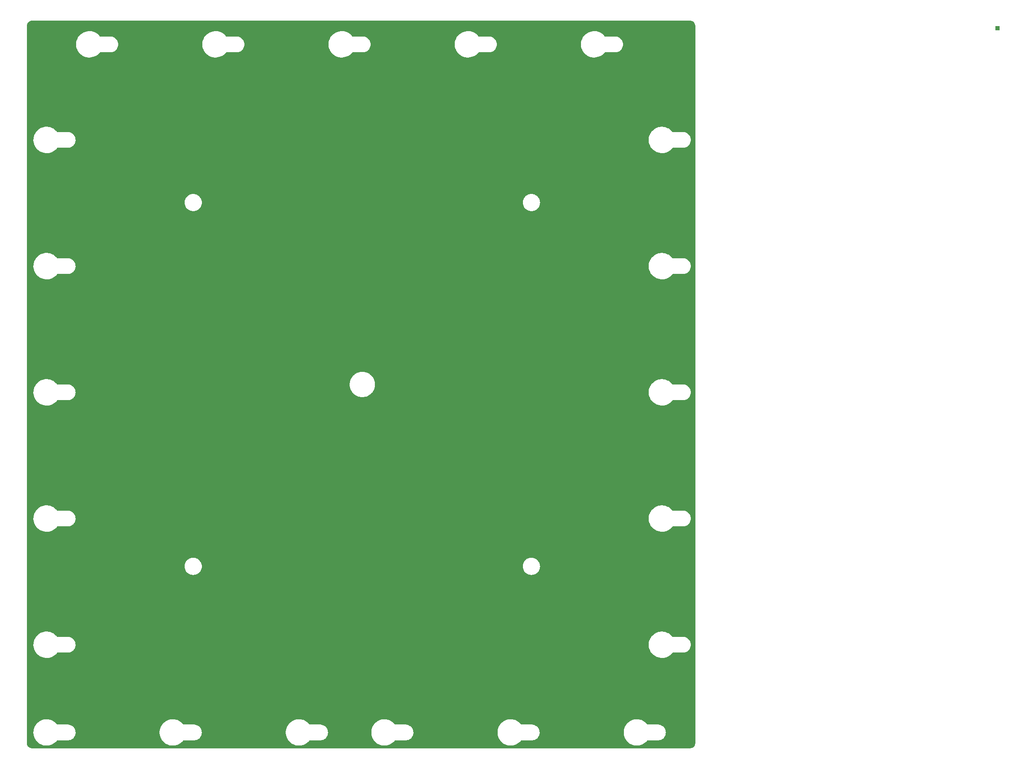
<source format=gbr>
%TF.GenerationSoftware,KiCad,Pcbnew,7.0.9*%
%TF.CreationDate,2024-08-20T18:05:02-06:00*%
%TF.ProjectId,4K_wall_PCB,344b5f77-616c-46c5-9f50-43422e6b6963,rev?*%
%TF.SameCoordinates,Original*%
%TF.FileFunction,Copper,L2,Bot*%
%TF.FilePolarity,Positive*%
%FSLAX46Y46*%
G04 Gerber Fmt 4.6, Leading zero omitted, Abs format (unit mm)*
G04 Created by KiCad (PCBNEW 7.0.9) date 2024-08-20 18:05:02*
%MOMM*%
%LPD*%
G01*
G04 APERTURE LIST*
%TA.AperFunction,ComponentPad*%
%ADD10R,0.850000X0.850000*%
%TD*%
%TA.AperFunction,ViaPad*%
%ADD11C,1.000000*%
%TD*%
G04 APERTURE END LIST*
D10*
%TO.P,J1,1,Pin_1*%
%TO.N,GND*%
X195375000Y-525000D03*
%TD*%
D11*
%TO.N,GND*%
X131500000Y-83100000D03*
X131600000Y-58300000D03*
X82100000Y-142600000D03*
X125000000Y-3000000D03*
X103000000Y-3000000D03*
X131500000Y-93100000D03*
X131500000Y-105100000D03*
X131500000Y-89100000D03*
X81000000Y-3000000D03*
X131500000Y-107100000D03*
X108100000Y-142600000D03*
X131600000Y-32300000D03*
X71000000Y-3000000D03*
X1800000Y-59500000D03*
X1800000Y-17500000D03*
X20100000Y-142600000D03*
X40100000Y-142600000D03*
X31000000Y-3000000D03*
X23000000Y-3000000D03*
X106100000Y-142600000D03*
X80200000Y-142600000D03*
X109000000Y-3000000D03*
X131600000Y-6300000D03*
X64100000Y-142600000D03*
X127000000Y-3000000D03*
X107000000Y-3000000D03*
X131600000Y-14300000D03*
X1700000Y-114300000D03*
X131500000Y-65100000D03*
X116100000Y-142600000D03*
X131600000Y-56300000D03*
X1800000Y-33500000D03*
X1700000Y-116300000D03*
X90100000Y-142600000D03*
X25000000Y-3000000D03*
X27000000Y-3000000D03*
X131600000Y-28300000D03*
X1700000Y-66300000D03*
X1700000Y-132300000D03*
X1800000Y-37500000D03*
X1700000Y-118300000D03*
X1700000Y-94300000D03*
X1700000Y-120300000D03*
X46100000Y-142600000D03*
X131500000Y-119100000D03*
X1800000Y-57500000D03*
X22100000Y-142600000D03*
X48100000Y-142600000D03*
X131500000Y-115100000D03*
X88100000Y-142600000D03*
X1700000Y-128300000D03*
X86100000Y-142600000D03*
X131600000Y-16300000D03*
X53000000Y-3000000D03*
X7000000Y-3000000D03*
X1800000Y-11500000D03*
X131500000Y-81100000D03*
X131600000Y-12300000D03*
X1800000Y-13500000D03*
X1800000Y-7500000D03*
X1800000Y-15500000D03*
X1700000Y-102300000D03*
X1800000Y-27500000D03*
X131600000Y-10300000D03*
X73000000Y-3000000D03*
X14100000Y-142600000D03*
X1700000Y-112300000D03*
X45000000Y-3000000D03*
X21000000Y-3000000D03*
X1800000Y-9500000D03*
X131600000Y-40300000D03*
X1800000Y-5500000D03*
X1700000Y-88300000D03*
X33000000Y-3000000D03*
X62200000Y-142600000D03*
X1700000Y-62300000D03*
X131500000Y-133100000D03*
X1700000Y-106300000D03*
X131500000Y-63100000D03*
X79000000Y-3000000D03*
X131500000Y-103100000D03*
X110100000Y-142600000D03*
X131500000Y-95100000D03*
X1700000Y-92300000D03*
X1800000Y-31500000D03*
X1700000Y-130300000D03*
X66100000Y-142600000D03*
X131500000Y-137100000D03*
X16100000Y-142600000D03*
X1700000Y-78300000D03*
X131500000Y-109100000D03*
X131600000Y-60300000D03*
X75000000Y-3000000D03*
X131500000Y-111100000D03*
X131500000Y-69100000D03*
X3000000Y-3000000D03*
X1700000Y-80300000D03*
X1700000Y-64300000D03*
X97000000Y-3000000D03*
X1700000Y-68300000D03*
X1700000Y-134300000D03*
X24100000Y-142600000D03*
X129000000Y-3000000D03*
X47000000Y-3000000D03*
X131600000Y-8300000D03*
X12100000Y-142600000D03*
X131600000Y-30300000D03*
X131500000Y-113100000D03*
X131500000Y-121100000D03*
X59000000Y-3000000D03*
X77000000Y-3000000D03*
X84100000Y-142600000D03*
X131500000Y-87100000D03*
X9000000Y-3000000D03*
X1700000Y-104300000D03*
X1800000Y-53500000D03*
X5000000Y-3000000D03*
X38100000Y-142600000D03*
X57000000Y-3000000D03*
X131600000Y-4300000D03*
X1700000Y-86300000D03*
X18100000Y-142600000D03*
X131500000Y-91100000D03*
X112100000Y-142600000D03*
X1800000Y-39500000D03*
X131600000Y-42300000D03*
X99000000Y-3000000D03*
X1700000Y-138300000D03*
X83000000Y-3000000D03*
X1800000Y-29500000D03*
X114100000Y-142600000D03*
X131600000Y-38300000D03*
X131600000Y-52300000D03*
X101000000Y-3000000D03*
X1800000Y-41500000D03*
X123000000Y-3000000D03*
X1700000Y-136300000D03*
X131500000Y-117100000D03*
X131500000Y-67100000D03*
X1700000Y-82300000D03*
X131500000Y-131100000D03*
X1700000Y-110300000D03*
X131500000Y-85100000D03*
X1700000Y-108300000D03*
X29000000Y-3000000D03*
X1800000Y-55500000D03*
X131500000Y-135100000D03*
X1700000Y-90300000D03*
X130100000Y-142600000D03*
X131600000Y-54300000D03*
X131600000Y-18300000D03*
X1700000Y-84300000D03*
X131600000Y-34300000D03*
X51000000Y-3000000D03*
X118100000Y-142600000D03*
X105000000Y-3000000D03*
X131500000Y-79100000D03*
X42100000Y-142600000D03*
X131500000Y-129100000D03*
X131600000Y-36300000D03*
X44100000Y-142600000D03*
X49000000Y-3000000D03*
X131500000Y-139100000D03*
X55000000Y-3000000D03*
X1800000Y-35500000D03*
X92100000Y-142600000D03*
%TD*%
%TA.AperFunction,Conductor*%
%TO.N,GND*%
G36*
X133522435Y999264D02*
G01*
X133566018Y995449D01*
X133691282Y983132D01*
X133711242Y979502D01*
X133779126Y961312D01*
X133803704Y953855D01*
X133871093Y933410D01*
X133887493Y927135D01*
X133955598Y895375D01*
X133958624Y893863D01*
X134041898Y849349D01*
X134048236Y845455D01*
X134114776Y798865D01*
X134118550Y796002D01*
X134190451Y736990D01*
X134194958Y732905D01*
X134252599Y675269D01*
X134256691Y670755D01*
X134315908Y598596D01*
X134318767Y594828D01*
X134365057Y528725D01*
X134368954Y522381D01*
X134413983Y438136D01*
X134415493Y435116D01*
X134446732Y368135D01*
X134453015Y351717D01*
X134481649Y257322D01*
X134499167Y191960D01*
X134502797Y172013D01*
X134515763Y40362D01*
X134519003Y3382D01*
X134519240Y-2032D01*
X134519240Y-144428580D01*
X134519004Y-144433987D01*
X134515355Y-144475690D01*
X134502750Y-144603339D01*
X134499125Y-144623246D01*
X134481718Y-144688213D01*
X134452926Y-144783134D01*
X134446646Y-144799547D01*
X134415668Y-144865978D01*
X134414157Y-144869000D01*
X134368801Y-144953860D01*
X134364905Y-144960203D01*
X134318974Y-145025796D01*
X134316114Y-145029567D01*
X134256457Y-145102261D01*
X134252367Y-145106773D01*
X134195186Y-145163953D01*
X134190677Y-145168040D01*
X134118204Y-145227519D01*
X134114431Y-145230382D01*
X134048430Y-145276594D01*
X134042091Y-145280488D01*
X133958194Y-145325335D01*
X133955165Y-145326849D01*
X133887616Y-145358344D01*
X133871218Y-145364618D01*
X133778734Y-145392677D01*
X133711239Y-145410757D01*
X133691314Y-145414382D01*
X133569208Y-145426414D01*
X133527351Y-145430074D01*
X133521877Y-145430553D01*
X133516476Y-145430789D01*
X1002707Y-145430789D01*
X997304Y-145430553D01*
X966472Y-145427855D01*
X954533Y-145426811D01*
X828241Y-145414372D01*
X808303Y-145410744D01*
X741646Y-145392884D01*
X648442Y-145364611D01*
X632030Y-145358331D01*
X564607Y-145326890D01*
X561584Y-145325378D01*
X477679Y-145280530D01*
X471337Y-145276635D01*
X405157Y-145230295D01*
X401385Y-145227433D01*
X329191Y-145168185D01*
X324690Y-145164106D01*
X267180Y-145106596D01*
X263102Y-145102096D01*
X203854Y-145029902D01*
X200992Y-145026130D01*
X154654Y-144959953D01*
X150759Y-144953612D01*
X105905Y-144869695D01*
X104393Y-144866670D01*
X80582Y-144815609D01*
X72952Y-144799246D01*
X66676Y-144782841D01*
X63594Y-144772682D01*
X44319Y-144709136D01*
X38405Y-144689638D01*
X24896Y-144639226D01*
X20543Y-144622980D01*
X16918Y-144603062D01*
X4483Y-144476810D01*
X735Y-144433972D01*
X500Y-144428573D01*
X500Y-142414197D01*
X1321938Y-142414197D01*
X1331436Y-142493630D01*
X1359433Y-142727766D01*
X1359436Y-142727780D01*
X1433897Y-143034681D01*
X1544273Y-143330574D01*
X1544275Y-143330578D01*
X1666458Y-143567550D01*
X1689007Y-143611282D01*
X1812155Y-143793206D01*
X1866036Y-143872803D01*
X2049197Y-144084149D01*
X2072868Y-144111462D01*
X2306577Y-144323878D01*
X2461227Y-144433978D01*
X2563845Y-144507036D01*
X2841044Y-144658356D01*
X3036361Y-144736519D01*
X3134247Y-144775692D01*
X3134248Y-144775692D01*
X3134250Y-144775693D01*
X3439312Y-144857386D01*
X3751917Y-144902282D01*
X3941351Y-144906758D01*
X4067633Y-144909743D01*
X4067641Y-144909743D01*
X4067643Y-144909743D01*
X4381745Y-144879691D01*
X4382017Y-144879665D01*
X4690599Y-144812474D01*
X4989020Y-144709119D01*
X5273029Y-144571077D01*
X5273050Y-144571067D01*
X5273050Y-144571066D01*
X5273058Y-144571063D01*
X5538695Y-144400259D01*
X5782174Y-144199124D01*
X5909540Y-144065475D01*
X6000041Y-143970512D01*
X6000045Y-143970507D01*
X6000049Y-143970503D01*
X6057327Y-143893981D01*
X6113257Y-143852109D01*
X6156596Y-143844289D01*
X8158536Y-143844289D01*
X8158543Y-143844291D01*
X8209900Y-143844291D01*
X8328903Y-143844291D01*
X8328904Y-143844291D01*
X8328911Y-143844290D01*
X8564249Y-143808819D01*
X8564250Y-143808818D01*
X8564254Y-143808818D01*
X8791689Y-143738664D01*
X9006127Y-143635396D01*
X9202779Y-143501321D01*
X9377251Y-143339434D01*
X9525647Y-143153351D01*
X9644651Y-142947230D01*
X9731606Y-142725674D01*
X9784568Y-142493633D01*
X9790520Y-142414212D01*
X26721943Y-142414212D01*
X26759441Y-142727787D01*
X26759442Y-142727792D01*
X26759443Y-142727797D01*
X26833906Y-143034698D01*
X26944284Y-143330594D01*
X26944288Y-143330601D01*
X27089015Y-143611293D01*
X27139686Y-143686148D01*
X27266045Y-143872816D01*
X27472877Y-144111473D01*
X27706583Y-144323885D01*
X27706614Y-144323907D01*
X27963842Y-144507036D01*
X27963858Y-144507047D01*
X28241054Y-144658364D01*
X28534251Y-144775696D01*
X28534253Y-144775696D01*
X28534259Y-144775699D01*
X28839321Y-144857392D01*
X29151925Y-144902286D01*
X29352840Y-144907033D01*
X29467641Y-144909747D01*
X29467649Y-144909747D01*
X29467651Y-144909747D01*
X29782018Y-144879669D01*
X29782021Y-144879668D01*
X29782024Y-144879668D01*
X30090605Y-144812476D01*
X30204200Y-144773133D01*
X30389012Y-144709125D01*
X30389018Y-144709122D01*
X30389025Y-144709120D01*
X30603555Y-144604848D01*
X30673044Y-144571073D01*
X30673047Y-144571070D01*
X30673062Y-144571064D01*
X30821389Y-144475690D01*
X30938686Y-144400268D01*
X30938689Y-144400265D01*
X30938698Y-144400260D01*
X31182176Y-144199124D01*
X31400050Y-143970503D01*
X31457326Y-143893982D01*
X31513258Y-143852109D01*
X31556597Y-143844289D01*
X33558516Y-143844289D01*
X33558591Y-143844311D01*
X33609900Y-143844311D01*
X33728904Y-143844311D01*
X33728905Y-143844311D01*
X33728912Y-143844310D01*
X33964252Y-143808839D01*
X33964253Y-143808838D01*
X33964257Y-143808838D01*
X34191692Y-143738683D01*
X34406132Y-143635414D01*
X34602785Y-143501338D01*
X34777259Y-143339451D01*
X34925656Y-143153367D01*
X35044660Y-142947244D01*
X35131615Y-142725687D01*
X35184577Y-142493644D01*
X35189023Y-142434308D01*
X35190529Y-142414212D01*
X52121943Y-142414212D01*
X52159441Y-142727787D01*
X52159442Y-142727792D01*
X52159443Y-142727797D01*
X52233906Y-143034698D01*
X52344284Y-143330594D01*
X52344288Y-143330601D01*
X52489015Y-143611293D01*
X52539686Y-143686148D01*
X52666045Y-143872816D01*
X52872877Y-144111473D01*
X53106583Y-144323885D01*
X53106614Y-144323907D01*
X53363842Y-144507036D01*
X53363858Y-144507047D01*
X53641054Y-144658364D01*
X53934251Y-144775696D01*
X53934253Y-144775696D01*
X53934259Y-144775699D01*
X54239321Y-144857392D01*
X54551925Y-144902286D01*
X54752840Y-144907033D01*
X54867641Y-144909747D01*
X54867649Y-144909747D01*
X54867651Y-144909747D01*
X55182018Y-144879669D01*
X55182021Y-144879668D01*
X55182024Y-144879668D01*
X55490605Y-144812476D01*
X55604200Y-144773133D01*
X55789012Y-144709125D01*
X55789018Y-144709122D01*
X55789025Y-144709120D01*
X56003555Y-144604848D01*
X56073044Y-144571073D01*
X56073047Y-144571070D01*
X56073062Y-144571064D01*
X56221389Y-144475690D01*
X56338686Y-144400268D01*
X56338689Y-144400265D01*
X56338698Y-144400260D01*
X56582176Y-144199124D01*
X56800050Y-143970503D01*
X56857326Y-143893982D01*
X56913258Y-143852109D01*
X56956597Y-143844289D01*
X58958516Y-143844289D01*
X58958591Y-143844311D01*
X59009900Y-143844311D01*
X59128904Y-143844311D01*
X59128905Y-143844311D01*
X59128912Y-143844310D01*
X59364252Y-143808839D01*
X59364253Y-143808838D01*
X59364257Y-143808838D01*
X59591692Y-143738683D01*
X59806132Y-143635414D01*
X60002785Y-143501338D01*
X60177259Y-143339451D01*
X60325656Y-143153367D01*
X60444660Y-142947244D01*
X60531615Y-142725687D01*
X60584577Y-142493644D01*
X60589023Y-142434308D01*
X60590530Y-142414197D01*
X69312068Y-142414197D01*
X69321566Y-142493630D01*
X69349563Y-142727766D01*
X69349566Y-142727780D01*
X69424027Y-143034681D01*
X69534403Y-143330574D01*
X69534405Y-143330578D01*
X69656588Y-143567550D01*
X69679137Y-143611282D01*
X69802285Y-143793206D01*
X69856166Y-143872803D01*
X70039327Y-144084149D01*
X70062998Y-144111462D01*
X70296707Y-144323878D01*
X70451357Y-144433978D01*
X70553975Y-144507036D01*
X70831174Y-144658356D01*
X71026491Y-144736519D01*
X71124377Y-144775692D01*
X71124378Y-144775692D01*
X71124380Y-144775693D01*
X71429442Y-144857386D01*
X71742047Y-144902282D01*
X71931481Y-144906758D01*
X72057763Y-144909743D01*
X72057771Y-144909743D01*
X72057773Y-144909743D01*
X72371875Y-144879691D01*
X72372147Y-144879665D01*
X72680729Y-144812474D01*
X72979150Y-144709119D01*
X73263159Y-144571077D01*
X73263180Y-144571067D01*
X73263180Y-144571066D01*
X73263188Y-144571063D01*
X73528825Y-144400259D01*
X73772304Y-144199124D01*
X73899670Y-144065475D01*
X73990171Y-143970512D01*
X73990175Y-143970507D01*
X73990179Y-143970503D01*
X74047457Y-143893981D01*
X74103387Y-143852109D01*
X74146726Y-143844289D01*
X76148646Y-143844289D01*
X76148724Y-143844311D01*
X76200030Y-143844310D01*
X76200030Y-143844311D01*
X76319034Y-143844309D01*
X76554382Y-143808832D01*
X76781814Y-143738675D01*
X76996249Y-143635404D01*
X77192899Y-143501328D01*
X77367368Y-143339440D01*
X77515762Y-143153357D01*
X77634764Y-142947236D01*
X77678384Y-142836094D01*
X77721717Y-142725684D01*
X77774678Y-142493642D01*
X77774678Y-142493640D01*
X77780630Y-142414214D01*
X94712019Y-142414214D01*
X94749518Y-142727794D01*
X94823983Y-143034706D01*
X94934363Y-143330607D01*
X94934367Y-143330614D01*
X94938924Y-143339452D01*
X95079094Y-143611305D01*
X95256129Y-143872834D01*
X95462964Y-144111494D01*
X95696673Y-144323907D01*
X95696679Y-144323911D01*
X95953935Y-144507060D01*
X95953951Y-144507071D01*
X96196044Y-144639225D01*
X96231151Y-144658389D01*
X96524360Y-144775725D01*
X96829426Y-144857418D01*
X97142034Y-144902311D01*
X97352518Y-144907284D01*
X97457754Y-144909771D01*
X97457761Y-144909771D01*
X97457762Y-144909771D01*
X97772133Y-144879691D01*
X97772135Y-144879690D01*
X97772140Y-144879690D01*
X98080724Y-144812495D01*
X98379147Y-144709137D01*
X98663187Y-144571077D01*
X98928825Y-144400270D01*
X99172304Y-144199130D01*
X99390179Y-143970505D01*
X99447457Y-143893983D01*
X99503387Y-143852110D01*
X99546727Y-143844289D01*
X101548646Y-143844289D01*
X101548724Y-143844311D01*
X101600030Y-143844310D01*
X101600030Y-143844311D01*
X101719034Y-143844309D01*
X101954382Y-143808832D01*
X102181814Y-143738675D01*
X102396249Y-143635404D01*
X102592899Y-143501328D01*
X102767368Y-143339440D01*
X102915762Y-143153357D01*
X103034764Y-142947236D01*
X103078384Y-142836094D01*
X103121717Y-142725684D01*
X103174678Y-142493642D01*
X103174678Y-142493640D01*
X103180630Y-142414214D01*
X120112019Y-142414214D01*
X120149518Y-142727794D01*
X120223983Y-143034706D01*
X120334363Y-143330607D01*
X120334367Y-143330614D01*
X120338924Y-143339452D01*
X120479094Y-143611305D01*
X120656129Y-143872834D01*
X120862964Y-144111494D01*
X121096673Y-144323907D01*
X121096679Y-144323911D01*
X121353935Y-144507060D01*
X121353951Y-144507071D01*
X121596044Y-144639225D01*
X121631151Y-144658389D01*
X121924360Y-144775725D01*
X122229426Y-144857418D01*
X122542034Y-144902311D01*
X122752518Y-144907284D01*
X122857754Y-144909771D01*
X122857761Y-144909771D01*
X122857762Y-144909771D01*
X123172133Y-144879691D01*
X123172135Y-144879690D01*
X123172140Y-144879690D01*
X123480724Y-144812495D01*
X123779147Y-144709137D01*
X124063187Y-144571077D01*
X124328825Y-144400270D01*
X124572304Y-144199130D01*
X124790179Y-143970505D01*
X124847457Y-143893983D01*
X124903387Y-143852110D01*
X124946727Y-143844289D01*
X126948646Y-143844289D01*
X126948724Y-143844311D01*
X127000030Y-143844310D01*
X127000030Y-143844311D01*
X127119034Y-143844309D01*
X127354382Y-143808832D01*
X127581814Y-143738675D01*
X127796249Y-143635404D01*
X127992899Y-143501328D01*
X128167368Y-143339440D01*
X128315762Y-143153357D01*
X128434764Y-142947236D01*
X128478384Y-142836094D01*
X128521717Y-142725684D01*
X128574678Y-142493642D01*
X128574678Y-142493640D01*
X128592464Y-142256304D01*
X128592464Y-142256295D01*
X128574678Y-142018959D01*
X128574678Y-142018957D01*
X128521717Y-141786915D01*
X128434766Y-141565370D01*
X128434764Y-141565364D01*
X128315762Y-141359243D01*
X128167368Y-141173160D01*
X128167356Y-141173149D01*
X128080923Y-141092949D01*
X127992899Y-141011272D01*
X127897743Y-140946395D01*
X127796253Y-140877198D01*
X127796243Y-140877193D01*
X127581820Y-140773928D01*
X127581814Y-140773925D01*
X127581812Y-140773924D01*
X127581809Y-140773923D01*
X127445956Y-140732016D01*
X127354382Y-140703768D01*
X127119034Y-140668291D01*
X127119030Y-140668290D01*
X127119027Y-140668290D01*
X127000129Y-140668289D01*
X124946710Y-140668289D01*
X124879671Y-140648604D01*
X124847440Y-140618596D01*
X124846739Y-140617659D01*
X124790168Y-140542082D01*
X124572291Y-140313458D01*
X124328833Y-140112338D01*
X124328814Y-140112322D01*
X124328812Y-140112321D01*
X124328811Y-140112320D01*
X124063171Y-139941514D01*
X124063168Y-139941512D01*
X124063160Y-139941508D01*
X123779135Y-139803457D01*
X123586906Y-139736881D01*
X123480707Y-139700100D01*
X123480704Y-139700099D01*
X123480703Y-139700099D01*
X123480696Y-139700097D01*
X123172123Y-139632907D01*
X123172112Y-139632905D01*
X122857740Y-139602828D01*
X122542029Y-139610289D01*
X122542017Y-139610290D01*
X122229409Y-139655186D01*
X122229407Y-139655186D01*
X122229403Y-139655187D01*
X121924348Y-139736878D01*
X121631130Y-139854220D01*
X121631128Y-139854221D01*
X121353938Y-140005536D01*
X121322752Y-140027739D01*
X121096659Y-140188704D01*
X121096655Y-140188706D01*
X121096650Y-140188711D01*
X120862952Y-140401118D01*
X120656119Y-140639778D01*
X120479081Y-140901316D01*
X120334356Y-141182010D01*
X120334355Y-141182013D01*
X120223979Y-141477908D01*
X120149515Y-141784823D01*
X120149515Y-141784824D01*
X120112019Y-142098401D01*
X120112019Y-142414214D01*
X103180630Y-142414214D01*
X103192464Y-142256304D01*
X103192464Y-142256295D01*
X103174678Y-142018959D01*
X103174678Y-142018957D01*
X103121717Y-141786915D01*
X103034766Y-141565370D01*
X103034764Y-141565364D01*
X102915762Y-141359243D01*
X102767368Y-141173160D01*
X102767356Y-141173149D01*
X102680923Y-141092949D01*
X102592899Y-141011272D01*
X102497743Y-140946395D01*
X102396253Y-140877198D01*
X102396243Y-140877193D01*
X102181820Y-140773928D01*
X102181814Y-140773925D01*
X102181812Y-140773924D01*
X102181809Y-140773923D01*
X102045956Y-140732016D01*
X101954382Y-140703768D01*
X101719034Y-140668291D01*
X101719030Y-140668290D01*
X101719027Y-140668290D01*
X101600129Y-140668289D01*
X99546710Y-140668289D01*
X99479671Y-140648604D01*
X99447440Y-140618596D01*
X99446739Y-140617659D01*
X99390168Y-140542082D01*
X99172291Y-140313458D01*
X98928833Y-140112338D01*
X98928814Y-140112322D01*
X98928812Y-140112321D01*
X98928811Y-140112320D01*
X98663171Y-139941514D01*
X98663168Y-139941512D01*
X98663160Y-139941508D01*
X98379135Y-139803457D01*
X98186906Y-139736881D01*
X98080707Y-139700100D01*
X98080704Y-139700099D01*
X98080703Y-139700099D01*
X98080696Y-139700097D01*
X97772123Y-139632907D01*
X97772112Y-139632905D01*
X97457740Y-139602828D01*
X97142029Y-139610289D01*
X97142017Y-139610290D01*
X96829409Y-139655186D01*
X96829407Y-139655186D01*
X96829403Y-139655187D01*
X96524348Y-139736878D01*
X96231130Y-139854220D01*
X96231128Y-139854221D01*
X95953938Y-140005536D01*
X95922752Y-140027739D01*
X95696659Y-140188704D01*
X95696655Y-140188706D01*
X95696650Y-140188711D01*
X95462952Y-140401118D01*
X95256119Y-140639778D01*
X95079081Y-140901316D01*
X94934356Y-141182010D01*
X94934355Y-141182013D01*
X94823979Y-141477908D01*
X94749515Y-141784823D01*
X94749515Y-141784824D01*
X94712019Y-142098401D01*
X94712019Y-142414214D01*
X77780630Y-142414214D01*
X77792464Y-142256304D01*
X77792464Y-142256295D01*
X77774678Y-142018959D01*
X77774678Y-142018957D01*
X77721717Y-141786915D01*
X77634766Y-141565370D01*
X77634764Y-141565364D01*
X77515762Y-141359243D01*
X77367368Y-141173160D01*
X77367356Y-141173149D01*
X77280923Y-141092949D01*
X77192899Y-141011272D01*
X77097743Y-140946395D01*
X76996253Y-140877198D01*
X76996243Y-140877193D01*
X76781820Y-140773928D01*
X76781814Y-140773925D01*
X76781812Y-140773924D01*
X76781809Y-140773923D01*
X76645956Y-140732016D01*
X76554382Y-140703768D01*
X76319034Y-140668291D01*
X76319030Y-140668290D01*
X76319027Y-140668290D01*
X76200129Y-140668289D01*
X74146724Y-140668289D01*
X74079685Y-140648604D01*
X74047456Y-140618598D01*
X73990178Y-140542076D01*
X73990175Y-140542073D01*
X73990170Y-140542066D01*
X73772306Y-140313458D01*
X73772293Y-140313446D01*
X73528835Y-140112328D01*
X73528826Y-140112322D01*
X73528824Y-140112320D01*
X73263186Y-139941516D01*
X73263185Y-139941515D01*
X73263181Y-139941513D01*
X72979156Y-139803463D01*
X72979149Y-139803460D01*
X72979148Y-139803460D01*
X72680727Y-139700106D01*
X72680724Y-139700105D01*
X72680723Y-139700105D01*
X72680716Y-139700103D01*
X72372146Y-139632914D01*
X72372134Y-139632912D01*
X72057767Y-139602836D01*
X71742057Y-139610297D01*
X71742045Y-139610298D01*
X71429441Y-139655194D01*
X71429439Y-139655194D01*
X71429435Y-139655195D01*
X71124383Y-139736885D01*
X70831168Y-139854227D01*
X70831166Y-139854228D01*
X70553978Y-140005542D01*
X70553972Y-140005546D01*
X70296705Y-140188702D01*
X70062996Y-140401119D01*
X69856166Y-140639776D01*
X69679135Y-140901302D01*
X69534406Y-141182000D01*
X69534403Y-141182006D01*
X69424027Y-141477900D01*
X69424027Y-141477901D01*
X69349565Y-141784801D01*
X69349562Y-141784817D01*
X69321565Y-142018958D01*
X69312068Y-142098385D01*
X69312068Y-142414197D01*
X60590530Y-142414197D01*
X60602364Y-142256303D01*
X60602364Y-142256296D01*
X60584577Y-142018956D01*
X60584577Y-142018955D01*
X60531618Y-141786926D01*
X60531617Y-141786925D01*
X60531615Y-141786913D01*
X60444660Y-141565356D01*
X60325656Y-141359233D01*
X60177259Y-141173149D01*
X60002785Y-141011262D01*
X59806132Y-140877186D01*
X59806128Y-140877184D01*
X59806125Y-140877182D01*
X59806123Y-140877181D01*
X59591694Y-140773918D01*
X59591696Y-140773918D01*
X59364258Y-140703762D01*
X59364252Y-140703760D01*
X59128912Y-140668289D01*
X59128905Y-140668289D01*
X59009999Y-140668289D01*
X56956579Y-140668289D01*
X56889540Y-140648604D01*
X56857309Y-140618595D01*
X56800045Y-140542092D01*
X56800031Y-140542076D01*
X56582166Y-140313467D01*
X56582160Y-140313461D01*
X56338695Y-140112338D01*
X56338686Y-140112332D01*
X56338684Y-140112330D01*
X56073047Y-139941527D01*
X56050822Y-139930725D01*
X55789009Y-139803473D01*
X55642388Y-139752693D01*
X55490588Y-139700119D01*
X55490585Y-139700118D01*
X55490584Y-139700118D01*
X55490574Y-139700115D01*
X55182011Y-139632929D01*
X55181995Y-139632927D01*
X54867629Y-139602851D01*
X54551922Y-139610314D01*
X54551908Y-139610315D01*
X54239304Y-139655211D01*
X54239302Y-139655211D01*
X54239298Y-139655212D01*
X53934255Y-139736901D01*
X53934231Y-139736909D01*
X53641041Y-139854242D01*
X53641037Y-139854244D01*
X53363848Y-140005558D01*
X53332708Y-140027728D01*
X53106569Y-140188726D01*
X53106565Y-140188728D01*
X53106560Y-140188733D01*
X52872865Y-140401138D01*
X52666039Y-140639792D01*
X52666035Y-140639798D01*
X52505337Y-140877198D01*
X52489000Y-140901332D01*
X52344277Y-141182022D01*
X52344276Y-141182025D01*
X52233901Y-141477917D01*
X52159438Y-141784829D01*
X52159438Y-141784830D01*
X52121943Y-142098403D01*
X52121943Y-142414212D01*
X35190529Y-142414212D01*
X35202364Y-142256303D01*
X35202364Y-142256296D01*
X35184577Y-142018956D01*
X35184577Y-142018955D01*
X35131618Y-141786926D01*
X35131617Y-141786925D01*
X35131615Y-141786913D01*
X35044660Y-141565356D01*
X34925656Y-141359233D01*
X34777259Y-141173149D01*
X34602785Y-141011262D01*
X34406132Y-140877186D01*
X34406128Y-140877184D01*
X34406125Y-140877182D01*
X34406123Y-140877181D01*
X34191694Y-140773918D01*
X34191696Y-140773918D01*
X33964258Y-140703762D01*
X33964252Y-140703760D01*
X33728912Y-140668289D01*
X33728905Y-140668289D01*
X33609999Y-140668289D01*
X31556579Y-140668289D01*
X31489540Y-140648604D01*
X31457309Y-140618595D01*
X31400045Y-140542092D01*
X31400031Y-140542076D01*
X31182166Y-140313467D01*
X31182160Y-140313461D01*
X30938695Y-140112338D01*
X30938686Y-140112332D01*
X30938684Y-140112330D01*
X30673047Y-139941527D01*
X30650822Y-139930725D01*
X30389009Y-139803473D01*
X30242388Y-139752693D01*
X30090588Y-139700119D01*
X30090585Y-139700118D01*
X30090584Y-139700118D01*
X30090574Y-139700115D01*
X29782011Y-139632929D01*
X29781995Y-139632927D01*
X29467629Y-139602851D01*
X29151922Y-139610314D01*
X29151908Y-139610315D01*
X28839304Y-139655211D01*
X28839302Y-139655211D01*
X28839298Y-139655212D01*
X28534255Y-139736901D01*
X28534231Y-139736909D01*
X28241041Y-139854242D01*
X28241037Y-139854244D01*
X27963848Y-140005558D01*
X27932708Y-140027728D01*
X27706569Y-140188726D01*
X27706565Y-140188728D01*
X27706560Y-140188733D01*
X27472865Y-140401138D01*
X27266039Y-140639792D01*
X27266035Y-140639798D01*
X27105337Y-140877198D01*
X27089000Y-140901332D01*
X26944277Y-141182022D01*
X26944276Y-141182025D01*
X26833901Y-141477917D01*
X26759438Y-141784829D01*
X26759438Y-141784830D01*
X26721943Y-142098403D01*
X26721943Y-142414212D01*
X9790520Y-142414212D01*
X9802353Y-142256303D01*
X9802354Y-142256294D01*
X9802354Y-142256285D01*
X9784569Y-142018956D01*
X9784568Y-142018947D01*
X9731606Y-141786906D01*
X9644651Y-141565350D01*
X9525647Y-141359229D01*
X9377251Y-141173146D01*
X9202779Y-141011259D01*
X9006127Y-140877184D01*
X9006121Y-140877181D01*
X9006120Y-140877180D01*
X9006118Y-140877179D01*
X8791708Y-140773925D01*
X8791691Y-140773917D01*
X8791693Y-140773917D01*
X8564255Y-140703762D01*
X8564249Y-140703760D01*
X8328911Y-140668289D01*
X8328904Y-140668289D01*
X8209999Y-140668289D01*
X6156594Y-140668289D01*
X6089555Y-140648604D01*
X6057326Y-140618598D01*
X6000048Y-140542076D01*
X6000045Y-140542073D01*
X6000040Y-140542066D01*
X5782176Y-140313458D01*
X5782163Y-140313446D01*
X5538705Y-140112328D01*
X5538696Y-140112322D01*
X5538694Y-140112320D01*
X5273056Y-139941516D01*
X5273055Y-139941515D01*
X5273051Y-139941513D01*
X4989026Y-139803463D01*
X4989019Y-139803460D01*
X4989018Y-139803460D01*
X4690597Y-139700106D01*
X4690594Y-139700105D01*
X4690593Y-139700105D01*
X4690586Y-139700103D01*
X4382016Y-139632914D01*
X4382004Y-139632912D01*
X4067637Y-139602836D01*
X3751927Y-139610297D01*
X3751915Y-139610298D01*
X3439311Y-139655194D01*
X3439309Y-139655194D01*
X3439305Y-139655195D01*
X3134253Y-139736885D01*
X2841038Y-139854227D01*
X2841036Y-139854228D01*
X2563848Y-140005542D01*
X2563842Y-140005546D01*
X2306575Y-140188702D01*
X2072866Y-140401119D01*
X1866036Y-140639776D01*
X1689005Y-140901302D01*
X1544276Y-141182000D01*
X1544273Y-141182006D01*
X1433897Y-141477900D01*
X1433897Y-141477901D01*
X1359435Y-141784801D01*
X1359432Y-141784817D01*
X1331435Y-142018958D01*
X1321938Y-142098385D01*
X1321938Y-142414197D01*
X500Y-142414197D01*
X500Y-124761028D01*
X1321909Y-124761028D01*
X1359404Y-125074600D01*
X1359407Y-125074614D01*
X1433868Y-125381515D01*
X1544244Y-125677409D01*
X1544246Y-125677413D01*
X1688974Y-125958110D01*
X1866006Y-126219638D01*
X1884362Y-126240819D01*
X2072838Y-126458297D01*
X2306547Y-126670714D01*
X2563803Y-126853862D01*
X2563819Y-126853873D01*
X2674405Y-126914240D01*
X2841015Y-127005191D01*
X3134106Y-127122482D01*
X3134226Y-127122530D01*
X3283126Y-127162404D01*
X3439283Y-127204222D01*
X3751888Y-127249118D01*
X3941322Y-127253594D01*
X4067604Y-127256579D01*
X4067612Y-127256579D01*
X4067616Y-127256579D01*
X4294280Y-127234893D01*
X4381989Y-127226502D01*
X4690570Y-127159310D01*
X4988991Y-127055955D01*
X5273030Y-126917899D01*
X5538667Y-126747096D01*
X5700986Y-126613005D01*
X5782143Y-126545963D01*
X5782152Y-126545954D01*
X6000021Y-126317339D01*
X6057299Y-126240817D01*
X6113229Y-126198945D01*
X6156568Y-126191125D01*
X8328875Y-126191125D01*
X8328876Y-126191125D01*
X8328883Y-126191124D01*
X8564221Y-126155653D01*
X8564222Y-126155652D01*
X8564226Y-126155652D01*
X8791660Y-126085498D01*
X9006099Y-125982230D01*
X9202750Y-125848155D01*
X9377223Y-125686268D01*
X9525618Y-125500186D01*
X9644623Y-125294064D01*
X9731577Y-125072509D01*
X9784539Y-124840468D01*
X9790495Y-124760992D01*
X125146943Y-124760992D01*
X125184436Y-125074550D01*
X125184440Y-125074571D01*
X125258896Y-125381462D01*
X125258899Y-125381472D01*
X125369263Y-125677344D01*
X125369274Y-125677368D01*
X125491449Y-125914330D01*
X125513997Y-125958061D01*
X125691026Y-126219589D01*
X125897854Y-126458248D01*
X125897864Y-126458257D01*
X125897865Y-126458258D01*
X126131560Y-126670666D01*
X126131562Y-126670667D01*
X126388808Y-126853814D01*
X126388819Y-126853821D01*
X126388825Y-126853825D01*
X126631027Y-126986043D01*
X126666026Y-127005149D01*
X126810494Y-127062965D01*
X126959224Y-127122487D01*
X127264284Y-127204184D01*
X127576887Y-127249082D01*
X127741611Y-127252976D01*
X127892598Y-127256547D01*
X127892600Y-127256546D01*
X127892609Y-127256547D01*
X128206984Y-127226474D01*
X128515565Y-127159286D01*
X128813985Y-127055936D01*
X129098024Y-126917884D01*
X129363662Y-126747085D01*
X129607142Y-126545954D01*
X129825020Y-126317337D01*
X129882298Y-126240816D01*
X129938230Y-126198945D01*
X129981567Y-126191125D01*
X132046904Y-126191125D01*
X132047406Y-126191075D01*
X132153876Y-126191077D01*
X132389225Y-126155608D01*
X132616659Y-126085457D01*
X132831098Y-125982192D01*
X133027750Y-125848120D01*
X133202223Y-125686236D01*
X133350620Y-125500155D01*
X133469625Y-125294036D01*
X133556579Y-125072482D01*
X133609541Y-124840442D01*
X133615492Y-124761031D01*
X133627328Y-124603103D01*
X133627328Y-124603096D01*
X133609542Y-124365770D01*
X133609541Y-124365759D01*
X133556582Y-124133731D01*
X133556581Y-124133730D01*
X133556579Y-124133718D01*
X133511794Y-124019610D01*
X133469626Y-123912165D01*
X133410411Y-123809604D01*
X133350620Y-123706045D01*
X133276421Y-123613004D01*
X133202223Y-123519963D01*
X133202221Y-123519962D01*
X133027751Y-123358080D01*
X133027749Y-123358079D01*
X132831097Y-123224007D01*
X132831095Y-123224006D01*
X132616661Y-123120744D01*
X132616659Y-123120743D01*
X132389225Y-123050592D01*
X132389221Y-123050591D01*
X132389220Y-123050591D01*
X132389215Y-123050590D01*
X132153886Y-123015124D01*
X132153879Y-123015123D01*
X132153876Y-123015123D01*
X132153873Y-123015123D01*
X132034872Y-123015125D01*
X129981605Y-123015125D01*
X129914566Y-122995440D01*
X129882335Y-122965431D01*
X129825045Y-122888894D01*
X129607177Y-122660279D01*
X129607175Y-122660278D01*
X129607172Y-122660274D01*
X129363695Y-122459139D01*
X129098059Y-122288336D01*
X129075847Y-122277540D01*
X128814023Y-122150280D01*
X128814024Y-122150280D01*
X128621784Y-122083700D01*
X128515603Y-122046925D01*
X128515600Y-122046924D01*
X128515599Y-122046924D01*
X128515592Y-122046922D01*
X128207018Y-121979731D01*
X127892646Y-121949653D01*
X127576942Y-121957113D01*
X127576925Y-121957114D01*
X127420625Y-121979561D01*
X127264324Y-122002008D01*
X127108318Y-122043785D01*
X126959264Y-122083700D01*
X126959254Y-122083703D01*
X126666061Y-122201034D01*
X126388855Y-122352355D01*
X126131593Y-122535508D01*
X126131583Y-122535516D01*
X125897882Y-122747922D01*
X125691051Y-122986577D01*
X125670914Y-123016325D01*
X125530324Y-123224016D01*
X125514014Y-123248110D01*
X125369288Y-123528797D01*
X125258909Y-123824693D01*
X125184445Y-124131596D01*
X125184443Y-124131607D01*
X125146945Y-124445176D01*
X125146943Y-124760976D01*
X125146943Y-124760992D01*
X9790495Y-124760992D01*
X9802325Y-124603125D01*
X9802323Y-124603103D01*
X9784539Y-124365784D01*
X9784536Y-124365770D01*
X9731577Y-124133741D01*
X9644623Y-123912186D01*
X9644622Y-123912185D01*
X9644623Y-123912185D01*
X9585397Y-123809604D01*
X9525618Y-123706064D01*
X9377223Y-123519982D01*
X9377222Y-123519981D01*
X9377219Y-123519977D01*
X9202750Y-123358095D01*
X9105636Y-123291884D01*
X9006098Y-123224020D01*
X9006094Y-123224018D01*
X9006091Y-123224016D01*
X9006089Y-123224015D01*
X8791662Y-123120753D01*
X8791664Y-123120753D01*
X8564227Y-123050598D01*
X8564221Y-123050596D01*
X8328883Y-123015125D01*
X8328876Y-123015125D01*
X8209971Y-123015125D01*
X6156568Y-123015125D01*
X6089529Y-122995440D01*
X6057300Y-122965433D01*
X6000021Y-122888911D01*
X5865659Y-122747922D01*
X5782143Y-122660286D01*
X5538673Y-122459159D01*
X5538667Y-122459154D01*
X5273030Y-122288351D01*
X5273029Y-122288350D01*
X5273025Y-122288348D01*
X4988999Y-122150298D01*
X4988992Y-122150295D01*
X4988991Y-122150295D01*
X4690570Y-122046940D01*
X4690567Y-122046939D01*
X4690566Y-122046939D01*
X4690559Y-122046937D01*
X4381989Y-121979748D01*
X4381977Y-121979746D01*
X4067610Y-121949670D01*
X3751900Y-121957131D01*
X3751888Y-121957132D01*
X3439283Y-122002028D01*
X3439281Y-122002028D01*
X3439277Y-122002029D01*
X3134226Y-122083719D01*
X2841016Y-122201058D01*
X2563819Y-122352376D01*
X2563803Y-122352387D01*
X2306547Y-122535535D01*
X2072838Y-122747952D01*
X1866007Y-122986610D01*
X1688976Y-123248136D01*
X1544247Y-123528834D01*
X1544244Y-123528840D01*
X1433868Y-123824734D01*
X1359407Y-124131635D01*
X1359404Y-124131649D01*
X1331411Y-124365758D01*
X1321915Y-124445175D01*
X1321909Y-124445221D01*
X1321909Y-124761028D01*
X500Y-124761028D01*
X500Y-108823471D01*
X31749597Y-108823471D01*
X31768921Y-109081350D01*
X31768922Y-109081355D01*
X31826467Y-109333479D01*
X31826468Y-109333481D01*
X31826471Y-109333493D01*
X31920954Y-109574233D01*
X32050263Y-109798201D01*
X32128730Y-109896596D01*
X32211510Y-110000400D01*
X32342525Y-110121963D01*
X32401087Y-110176300D01*
X32614766Y-110321984D01*
X32614771Y-110321986D01*
X32614772Y-110321987D01*
X32614773Y-110321988D01*
X32788782Y-110405785D01*
X32847772Y-110434193D01*
X32889665Y-110447115D01*
X32892329Y-110448004D01*
X32895992Y-110449319D01*
X32895998Y-110449322D01*
X32896004Y-110449323D01*
X32896005Y-110449324D01*
X32903519Y-110451389D01*
X32986075Y-110476854D01*
X33094899Y-110510422D01*
X33143178Y-110517698D01*
X33150355Y-110519220D01*
X33151027Y-110519405D01*
X33151036Y-110519406D01*
X33165852Y-110521117D01*
X33312001Y-110543145D01*
X33350627Y-110548967D01*
X33403526Y-110548967D01*
X33410635Y-110549375D01*
X33413766Y-110549737D01*
X33433156Y-110548993D01*
X33433856Y-110548967D01*
X33609242Y-110548967D01*
X33609243Y-110548967D01*
X33665656Y-110540463D01*
X33672505Y-110539819D01*
X33678055Y-110539607D01*
X33701459Y-110535067D01*
X33864971Y-110510422D01*
X33923480Y-110492374D01*
X33929924Y-110490760D01*
X33937701Y-110489252D01*
X33961348Y-110480758D01*
X33963942Y-110479893D01*
X34091127Y-110440661D01*
X34112089Y-110434196D01*
X34112090Y-110434195D01*
X34112098Y-110434193D01*
X34171103Y-110405777D01*
X34177015Y-110403300D01*
X34186617Y-110399852D01*
X34210165Y-110387046D01*
X34212774Y-110385710D01*
X34345104Y-110321984D01*
X34402796Y-110282649D01*
X34408062Y-110279433D01*
X34418969Y-110273503D01*
X34441066Y-110256658D01*
X34443632Y-110254808D01*
X34558783Y-110176300D01*
X34613207Y-110125801D01*
X34617769Y-110121963D01*
X34629310Y-110113166D01*
X34648852Y-110092859D01*
X34651291Y-110090464D01*
X34725258Y-110021833D01*
X34748356Y-110000403D01*
X34748360Y-110000399D01*
X34748360Y-110000398D01*
X34748363Y-110000396D01*
X34797444Y-109938849D01*
X34801220Y-109934540D01*
X34812712Y-109922600D01*
X34828924Y-109899550D01*
X34831104Y-109896640D01*
X34909607Y-109798201D01*
X34951278Y-109726024D01*
X34954230Y-109721403D01*
X34964874Y-109706271D01*
X34977198Y-109681378D01*
X34979042Y-109677935D01*
X35018928Y-109608852D01*
X35038909Y-109574246D01*
X35038910Y-109574242D01*
X35038916Y-109574233D01*
X35071083Y-109492270D01*
X35073210Y-109487469D01*
X35082231Y-109469250D01*
X35090406Y-109443416D01*
X35091782Y-109439530D01*
X35133399Y-109333493D01*
X35154062Y-109242960D01*
X35155393Y-109238067D01*
X35162031Y-109217093D01*
X35166017Y-109191285D01*
X35166839Y-109186981D01*
X35190947Y-109081360D01*
X35198260Y-108983762D01*
X35198805Y-108979007D01*
X35202404Y-108955709D01*
X35203071Y-108920855D01*
X35203233Y-108917409D01*
X35210273Y-108823471D01*
X99809467Y-108823471D01*
X99828791Y-109081350D01*
X99828792Y-109081355D01*
X99886337Y-109333479D01*
X99886338Y-109333481D01*
X99886341Y-109333493D01*
X99980824Y-109574233D01*
X100110133Y-109798201D01*
X100188600Y-109896596D01*
X100271380Y-110000400D01*
X100402395Y-110121963D01*
X100460957Y-110176300D01*
X100674636Y-110321984D01*
X100674641Y-110321986D01*
X100674642Y-110321987D01*
X100674643Y-110321988D01*
X100848652Y-110405785D01*
X100907642Y-110434193D01*
X100949535Y-110447115D01*
X100952199Y-110448004D01*
X100955862Y-110449319D01*
X100955868Y-110449322D01*
X100955874Y-110449323D01*
X100955875Y-110449324D01*
X100963389Y-110451389D01*
X101045945Y-110476854D01*
X101154769Y-110510422D01*
X101203048Y-110517698D01*
X101210225Y-110519220D01*
X101210897Y-110519405D01*
X101210906Y-110519406D01*
X101225722Y-110521117D01*
X101371871Y-110543145D01*
X101410497Y-110548967D01*
X101463396Y-110548967D01*
X101470505Y-110549375D01*
X101473636Y-110549737D01*
X101493026Y-110548993D01*
X101493726Y-110548967D01*
X101669112Y-110548967D01*
X101669113Y-110548967D01*
X101725526Y-110540463D01*
X101732375Y-110539819D01*
X101737925Y-110539607D01*
X101761329Y-110535067D01*
X101924841Y-110510422D01*
X101983350Y-110492374D01*
X101989794Y-110490760D01*
X101997571Y-110489252D01*
X102021218Y-110480758D01*
X102023812Y-110479893D01*
X102150997Y-110440661D01*
X102171959Y-110434196D01*
X102171960Y-110434195D01*
X102171968Y-110434193D01*
X102230973Y-110405777D01*
X102236885Y-110403300D01*
X102246487Y-110399852D01*
X102270035Y-110387046D01*
X102272644Y-110385710D01*
X102404974Y-110321984D01*
X102462666Y-110282649D01*
X102467932Y-110279433D01*
X102478839Y-110273503D01*
X102500936Y-110256658D01*
X102503502Y-110254808D01*
X102618653Y-110176300D01*
X102673077Y-110125801D01*
X102677639Y-110121963D01*
X102689180Y-110113166D01*
X102708722Y-110092859D01*
X102711161Y-110090464D01*
X102785128Y-110021833D01*
X102808226Y-110000403D01*
X102808230Y-110000399D01*
X102808230Y-110000398D01*
X102808233Y-110000396D01*
X102857314Y-109938849D01*
X102861090Y-109934540D01*
X102872582Y-109922600D01*
X102888794Y-109899550D01*
X102890974Y-109896640D01*
X102969477Y-109798201D01*
X103011148Y-109726024D01*
X103014100Y-109721403D01*
X103024744Y-109706271D01*
X103037068Y-109681378D01*
X103038912Y-109677935D01*
X103078798Y-109608852D01*
X103098779Y-109574246D01*
X103098780Y-109574242D01*
X103098786Y-109574233D01*
X103130953Y-109492270D01*
X103133080Y-109487469D01*
X103142101Y-109469250D01*
X103150276Y-109443416D01*
X103151652Y-109439530D01*
X103193269Y-109333493D01*
X103213932Y-109242960D01*
X103215263Y-109238067D01*
X103221901Y-109217093D01*
X103225887Y-109191285D01*
X103226709Y-109186981D01*
X103250817Y-109081360D01*
X103258130Y-108983762D01*
X103258675Y-108979007D01*
X103262274Y-108955709D01*
X103262941Y-108920855D01*
X103263103Y-108917409D01*
X103270143Y-108823470D01*
X103270143Y-108823463D01*
X103263103Y-108729524D01*
X103262941Y-108726076D01*
X103262274Y-108691240D01*
X103262274Y-108691225D01*
X103258677Y-108667938D01*
X103258130Y-108663166D01*
X103253136Y-108596524D01*
X103250818Y-108565578D01*
X103248886Y-108557115D01*
X103226706Y-108459941D01*
X103225888Y-108455654D01*
X103221901Y-108429841D01*
X103215257Y-108408848D01*
X103213934Y-108403983D01*
X103193662Y-108315162D01*
X103193273Y-108313456D01*
X103193271Y-108313450D01*
X103193269Y-108313441D01*
X103151653Y-108207406D01*
X103150270Y-108203497D01*
X103142101Y-108177684D01*
X103133087Y-108159479D01*
X103130939Y-108154627D01*
X103098785Y-108072699D01*
X103098784Y-108072698D01*
X103038923Y-107969015D01*
X103037059Y-107965536D01*
X103024744Y-107940663D01*
X103014105Y-107925537D01*
X103011139Y-107920894D01*
X102969477Y-107848733D01*
X102890983Y-107750304D01*
X102888778Y-107747360D01*
X102872584Y-107724337D01*
X102872579Y-107724331D01*
X102861106Y-107712409D01*
X102857305Y-107708072D01*
X102808233Y-107646538D01*
X102808230Y-107646535D01*
X102711191Y-107556496D01*
X102708690Y-107554039D01*
X102689184Y-107533771D01*
X102689176Y-107533765D01*
X102677645Y-107524974D01*
X102673060Y-107521115D01*
X102618653Y-107470633D01*
X102503533Y-107392146D01*
X102500893Y-107390242D01*
X102478839Y-107373431D01*
X102478840Y-107373431D01*
X102467952Y-107367509D01*
X102462646Y-107364269D01*
X102404981Y-107324954D01*
X102404973Y-107324949D01*
X102272696Y-107261248D01*
X102269980Y-107259856D01*
X102246487Y-107247082D01*
X102236904Y-107243639D01*
X102230962Y-107241149D01*
X102171968Y-107212741D01*
X102023852Y-107167052D01*
X102021171Y-107166158D01*
X101997579Y-107157685D01*
X101997581Y-107157685D01*
X101997571Y-107157682D01*
X101997567Y-107157681D01*
X101997560Y-107157679D01*
X101989802Y-107156174D01*
X101983337Y-107154555D01*
X101924835Y-107136510D01*
X101761340Y-107111868D01*
X101757512Y-107111125D01*
X101737925Y-107107327D01*
X101737923Y-107107326D01*
X101737919Y-107107326D01*
X101732363Y-107107113D01*
X101725502Y-107106466D01*
X101669119Y-107097967D01*
X101669113Y-107097967D01*
X101493726Y-107097967D01*
X101473637Y-107097197D01*
X101473636Y-107097197D01*
X101470505Y-107097558D01*
X101463396Y-107097967D01*
X101410489Y-107097967D01*
X101225720Y-107125817D01*
X101210901Y-107127528D01*
X101210857Y-107127536D01*
X101210179Y-107127723D01*
X101203028Y-107129237D01*
X101154768Y-107136512D01*
X101154761Y-107136513D01*
X100963391Y-107195543D01*
X100955862Y-107197612D01*
X100952177Y-107198936D01*
X100949513Y-107199824D01*
X100907640Y-107212741D01*
X100674643Y-107324945D01*
X100674642Y-107324946D01*
X100460956Y-107470634D01*
X100271380Y-107646533D01*
X100110133Y-107848733D01*
X99980824Y-108072700D01*
X99886343Y-108313435D01*
X99886337Y-108313454D01*
X99828792Y-108565578D01*
X99828791Y-108565583D01*
X99809467Y-108823462D01*
X99809467Y-108823471D01*
X35210273Y-108823471D01*
X35210273Y-108823470D01*
X35210273Y-108823463D01*
X35203233Y-108729524D01*
X35203071Y-108726076D01*
X35202404Y-108691240D01*
X35202404Y-108691225D01*
X35198807Y-108667938D01*
X35198260Y-108663166D01*
X35193266Y-108596524D01*
X35190948Y-108565578D01*
X35189016Y-108557115D01*
X35166836Y-108459941D01*
X35166018Y-108455654D01*
X35162031Y-108429841D01*
X35155387Y-108408848D01*
X35154064Y-108403983D01*
X35133792Y-108315162D01*
X35133403Y-108313456D01*
X35133401Y-108313450D01*
X35133399Y-108313441D01*
X35091783Y-108207406D01*
X35090400Y-108203497D01*
X35082231Y-108177684D01*
X35073217Y-108159479D01*
X35071069Y-108154627D01*
X35038915Y-108072699D01*
X35038914Y-108072698D01*
X34979053Y-107969015D01*
X34977189Y-107965536D01*
X34964874Y-107940663D01*
X34954235Y-107925537D01*
X34951269Y-107920894D01*
X34909607Y-107848733D01*
X34831113Y-107750304D01*
X34828908Y-107747360D01*
X34812714Y-107724337D01*
X34812709Y-107724331D01*
X34801236Y-107712409D01*
X34797435Y-107708072D01*
X34748363Y-107646538D01*
X34748360Y-107646535D01*
X34651321Y-107556496D01*
X34648820Y-107554039D01*
X34629314Y-107533771D01*
X34629306Y-107533765D01*
X34617775Y-107524974D01*
X34613190Y-107521115D01*
X34558783Y-107470633D01*
X34443663Y-107392146D01*
X34441023Y-107390242D01*
X34418969Y-107373431D01*
X34418970Y-107373431D01*
X34408082Y-107367509D01*
X34402776Y-107364269D01*
X34345111Y-107324954D01*
X34345103Y-107324949D01*
X34212826Y-107261248D01*
X34210110Y-107259856D01*
X34186617Y-107247082D01*
X34177034Y-107243639D01*
X34171092Y-107241149D01*
X34112098Y-107212741D01*
X33963982Y-107167052D01*
X33961301Y-107166158D01*
X33937709Y-107157685D01*
X33937711Y-107157685D01*
X33937701Y-107157682D01*
X33937697Y-107157681D01*
X33937690Y-107157679D01*
X33929932Y-107156174D01*
X33923467Y-107154555D01*
X33864965Y-107136510D01*
X33701470Y-107111868D01*
X33697642Y-107111125D01*
X33678055Y-107107327D01*
X33678053Y-107107326D01*
X33678049Y-107107326D01*
X33672493Y-107107113D01*
X33665632Y-107106466D01*
X33609249Y-107097967D01*
X33609243Y-107097967D01*
X33433856Y-107097967D01*
X33413767Y-107097197D01*
X33413766Y-107097197D01*
X33410635Y-107097558D01*
X33403526Y-107097967D01*
X33350619Y-107097967D01*
X33165850Y-107125817D01*
X33151031Y-107127528D01*
X33150987Y-107127536D01*
X33150309Y-107127723D01*
X33143158Y-107129237D01*
X33094898Y-107136512D01*
X33094891Y-107136513D01*
X32903521Y-107195543D01*
X32895992Y-107197612D01*
X32892307Y-107198936D01*
X32889643Y-107199824D01*
X32847770Y-107212741D01*
X32614773Y-107324945D01*
X32614772Y-107324946D01*
X32401086Y-107470634D01*
X32211510Y-107646533D01*
X32050263Y-107848733D01*
X31920954Y-108072700D01*
X31826473Y-108313435D01*
X31826467Y-108313454D01*
X31768922Y-108565578D01*
X31768921Y-108565583D01*
X31749597Y-108823462D01*
X31749597Y-108823471D01*
X500Y-108823471D01*
X500Y-99361028D01*
X1321909Y-99361028D01*
X1359404Y-99674600D01*
X1359407Y-99674614D01*
X1433868Y-99981515D01*
X1544244Y-100277409D01*
X1544246Y-100277413D01*
X1688974Y-100558110D01*
X1866006Y-100819638D01*
X1884362Y-100840819D01*
X2072838Y-101058297D01*
X2306547Y-101270714D01*
X2563803Y-101453862D01*
X2563819Y-101453873D01*
X2674405Y-101514240D01*
X2841015Y-101605191D01*
X3134106Y-101722482D01*
X3134226Y-101722530D01*
X3283126Y-101762404D01*
X3439283Y-101804222D01*
X3751888Y-101849118D01*
X3941322Y-101853594D01*
X4067604Y-101856579D01*
X4067612Y-101856579D01*
X4067616Y-101856579D01*
X4294280Y-101834893D01*
X4381989Y-101826502D01*
X4690570Y-101759310D01*
X4988991Y-101655955D01*
X5273030Y-101517899D01*
X5538667Y-101347096D01*
X5700986Y-101213005D01*
X5782143Y-101145963D01*
X5782152Y-101145954D01*
X6000021Y-100917339D01*
X6057299Y-100840817D01*
X6113229Y-100798945D01*
X6156568Y-100791125D01*
X8328875Y-100791125D01*
X8328876Y-100791125D01*
X8328883Y-100791124D01*
X8564221Y-100755653D01*
X8564222Y-100755652D01*
X8564226Y-100755652D01*
X8791660Y-100685498D01*
X9006099Y-100582230D01*
X9202750Y-100448155D01*
X9377223Y-100286268D01*
X9525618Y-100100186D01*
X9644623Y-99894064D01*
X9731577Y-99672509D01*
X9784539Y-99440468D01*
X9790495Y-99360992D01*
X125146943Y-99360992D01*
X125184436Y-99674550D01*
X125184440Y-99674571D01*
X125258896Y-99981462D01*
X125258899Y-99981472D01*
X125369263Y-100277344D01*
X125369274Y-100277368D01*
X125491449Y-100514330D01*
X125513997Y-100558061D01*
X125691026Y-100819589D01*
X125897854Y-101058248D01*
X125897864Y-101058257D01*
X125897865Y-101058258D01*
X126131560Y-101270666D01*
X126131562Y-101270667D01*
X126388808Y-101453814D01*
X126388819Y-101453821D01*
X126388825Y-101453825D01*
X126631027Y-101586043D01*
X126666026Y-101605149D01*
X126810494Y-101662965D01*
X126959224Y-101722487D01*
X127264284Y-101804184D01*
X127576887Y-101849082D01*
X127741611Y-101852976D01*
X127892598Y-101856547D01*
X127892600Y-101856546D01*
X127892609Y-101856547D01*
X128206984Y-101826474D01*
X128515565Y-101759286D01*
X128813985Y-101655936D01*
X129098024Y-101517884D01*
X129363662Y-101347085D01*
X129607142Y-101145954D01*
X129825020Y-100917337D01*
X129882298Y-100840816D01*
X129938230Y-100798945D01*
X129981567Y-100791125D01*
X132046904Y-100791125D01*
X132047406Y-100791075D01*
X132153876Y-100791077D01*
X132389225Y-100755608D01*
X132616659Y-100685457D01*
X132831098Y-100582192D01*
X133027750Y-100448120D01*
X133202223Y-100286236D01*
X133350620Y-100100155D01*
X133469625Y-99894036D01*
X133556579Y-99672482D01*
X133609541Y-99440442D01*
X133615492Y-99361031D01*
X133627328Y-99203103D01*
X133627328Y-99203096D01*
X133609542Y-98965770D01*
X133609541Y-98965759D01*
X133556582Y-98733731D01*
X133556581Y-98733730D01*
X133556579Y-98733718D01*
X133511794Y-98619610D01*
X133469626Y-98512165D01*
X133410411Y-98409604D01*
X133350620Y-98306045D01*
X133276421Y-98213004D01*
X133202223Y-98119963D01*
X133202221Y-98119962D01*
X133027751Y-97958080D01*
X133027749Y-97958079D01*
X132831097Y-97824007D01*
X132831095Y-97824006D01*
X132616661Y-97720744D01*
X132616659Y-97720743D01*
X132389225Y-97650592D01*
X132389221Y-97650591D01*
X132389220Y-97650591D01*
X132389215Y-97650590D01*
X132153886Y-97615124D01*
X132153879Y-97615123D01*
X132153876Y-97615123D01*
X132153873Y-97615123D01*
X132034872Y-97615125D01*
X129981605Y-97615125D01*
X129914566Y-97595440D01*
X129882335Y-97565431D01*
X129825045Y-97488894D01*
X129607177Y-97260279D01*
X129607175Y-97260278D01*
X129607172Y-97260274D01*
X129363695Y-97059139D01*
X129098059Y-96888336D01*
X129075847Y-96877540D01*
X128814023Y-96750280D01*
X128814024Y-96750280D01*
X128621784Y-96683700D01*
X128515603Y-96646925D01*
X128515600Y-96646924D01*
X128515599Y-96646924D01*
X128515592Y-96646922D01*
X128207018Y-96579731D01*
X127892646Y-96549653D01*
X127576942Y-96557113D01*
X127576925Y-96557114D01*
X127420625Y-96579561D01*
X127264324Y-96602008D01*
X127108318Y-96643785D01*
X126959264Y-96683700D01*
X126959254Y-96683703D01*
X126666061Y-96801034D01*
X126388855Y-96952355D01*
X126131593Y-97135508D01*
X126131583Y-97135516D01*
X125897882Y-97347922D01*
X125691051Y-97586577D01*
X125670914Y-97616325D01*
X125530324Y-97824016D01*
X125514014Y-97848110D01*
X125369288Y-98128797D01*
X125258909Y-98424693D01*
X125184445Y-98731596D01*
X125184443Y-98731607D01*
X125146945Y-99045176D01*
X125146943Y-99360976D01*
X125146943Y-99360992D01*
X9790495Y-99360992D01*
X9802325Y-99203125D01*
X9802323Y-99203103D01*
X9784539Y-98965784D01*
X9784536Y-98965770D01*
X9731577Y-98733741D01*
X9644623Y-98512186D01*
X9644622Y-98512185D01*
X9644623Y-98512185D01*
X9585397Y-98409604D01*
X9525618Y-98306064D01*
X9377223Y-98119982D01*
X9377222Y-98119981D01*
X9377219Y-98119977D01*
X9202750Y-97958095D01*
X9105636Y-97891884D01*
X9006098Y-97824020D01*
X9006094Y-97824018D01*
X9006091Y-97824016D01*
X9006089Y-97824015D01*
X8791662Y-97720753D01*
X8791664Y-97720753D01*
X8564227Y-97650598D01*
X8564221Y-97650596D01*
X8328883Y-97615125D01*
X8328876Y-97615125D01*
X8209971Y-97615125D01*
X6156568Y-97615125D01*
X6089529Y-97595440D01*
X6057300Y-97565433D01*
X6000021Y-97488911D01*
X5865659Y-97347922D01*
X5782143Y-97260286D01*
X5538673Y-97059159D01*
X5538667Y-97059154D01*
X5273030Y-96888351D01*
X5273029Y-96888350D01*
X5273025Y-96888348D01*
X4988999Y-96750298D01*
X4988992Y-96750295D01*
X4988991Y-96750295D01*
X4690570Y-96646940D01*
X4690567Y-96646939D01*
X4690566Y-96646939D01*
X4690559Y-96646937D01*
X4381989Y-96579748D01*
X4381977Y-96579746D01*
X4067610Y-96549670D01*
X3751900Y-96557131D01*
X3751888Y-96557132D01*
X3439283Y-96602028D01*
X3439281Y-96602028D01*
X3439277Y-96602029D01*
X3134226Y-96683719D01*
X2841016Y-96801058D01*
X2563819Y-96952376D01*
X2563803Y-96952387D01*
X2306547Y-97135535D01*
X2072838Y-97347952D01*
X1866007Y-97586610D01*
X1688976Y-97848136D01*
X1544247Y-98128834D01*
X1544244Y-98128840D01*
X1433868Y-98424734D01*
X1359407Y-98731635D01*
X1359404Y-98731649D01*
X1331411Y-98965758D01*
X1321915Y-99045175D01*
X1321909Y-99045221D01*
X1321909Y-99361028D01*
X500Y-99361028D01*
X500Y-73961028D01*
X1321909Y-73961028D01*
X1359404Y-74274600D01*
X1359407Y-74274614D01*
X1433868Y-74581515D01*
X1544244Y-74877409D01*
X1544246Y-74877413D01*
X1688974Y-75158110D01*
X1866006Y-75419638D01*
X1884362Y-75440819D01*
X2072838Y-75658297D01*
X2306547Y-75870714D01*
X2563803Y-76053862D01*
X2563819Y-76053873D01*
X2674405Y-76114240D01*
X2841015Y-76205191D01*
X3134106Y-76322482D01*
X3134226Y-76322530D01*
X3283126Y-76362404D01*
X3439283Y-76404222D01*
X3751888Y-76449118D01*
X3941322Y-76453594D01*
X4067604Y-76456579D01*
X4067612Y-76456579D01*
X4067616Y-76456579D01*
X4294280Y-76434893D01*
X4381989Y-76426502D01*
X4690570Y-76359310D01*
X4988991Y-76255955D01*
X5273030Y-76117899D01*
X5538667Y-75947096D01*
X5700986Y-75813005D01*
X5782143Y-75745963D01*
X5782152Y-75745954D01*
X6000021Y-75517339D01*
X6057299Y-75440817D01*
X6113229Y-75398945D01*
X6156568Y-75391125D01*
X8328875Y-75391125D01*
X8328876Y-75391125D01*
X8328883Y-75391124D01*
X8564221Y-75355653D01*
X8564222Y-75355652D01*
X8564226Y-75355652D01*
X8791660Y-75285498D01*
X9006099Y-75182230D01*
X9202750Y-75048155D01*
X9377223Y-74886268D01*
X9525618Y-74700186D01*
X9644623Y-74494064D01*
X9731577Y-74272509D01*
X9784539Y-74040468D01*
X9797577Y-73866485D01*
X9802325Y-73803129D01*
X9802325Y-73803120D01*
X9784539Y-73565784D01*
X9784536Y-73565770D01*
X9731577Y-73333741D01*
X9644623Y-73112186D01*
X9644622Y-73112185D01*
X9644623Y-73112185D01*
X9582882Y-73005248D01*
X9525618Y-72906064D01*
X9377223Y-72719982D01*
X9377222Y-72719981D01*
X9377219Y-72719977D01*
X9202750Y-72558095D01*
X9170734Y-72536267D01*
X9006098Y-72424020D01*
X9006094Y-72424018D01*
X9006091Y-72424016D01*
X9006089Y-72424015D01*
X8791662Y-72320753D01*
X8791664Y-72320753D01*
X8564227Y-72250598D01*
X8564221Y-72250596D01*
X8332353Y-72215648D01*
X64951622Y-72215648D01*
X64951637Y-72215887D01*
X64959567Y-72341935D01*
X64959689Y-72345807D01*
X64959689Y-72376101D01*
X64963483Y-72406129D01*
X64963850Y-72410007D01*
X64971793Y-72536267D01*
X64971794Y-72536274D01*
X64995504Y-72660568D01*
X64996113Y-72664415D01*
X64999905Y-72694440D01*
X64999906Y-72694442D01*
X65007432Y-72723761D01*
X65008281Y-72727560D01*
X65031993Y-72851852D01*
X65031994Y-72851856D01*
X65071087Y-72972172D01*
X65072173Y-72975911D01*
X65079706Y-73005248D01*
X65090853Y-73033406D01*
X65092172Y-73037069D01*
X65131270Y-73157397D01*
X65131274Y-73157407D01*
X65154391Y-73206532D01*
X65185150Y-73271898D01*
X65186686Y-73275447D01*
X65197836Y-73303609D01*
X65212425Y-73330147D01*
X65214193Y-73333617D01*
X65268060Y-73448090D01*
X65268062Y-73448093D01*
X65268063Y-73448095D01*
X65335851Y-73554913D01*
X65337834Y-73558266D01*
X65352423Y-73584802D01*
X65370227Y-73609308D01*
X65372416Y-73612529D01*
X65440200Y-73719339D01*
X65440204Y-73719345D01*
X65520853Y-73816834D01*
X65523230Y-73819898D01*
X65541034Y-73844404D01*
X65561770Y-73866485D01*
X65564346Y-73869408D01*
X65640105Y-73960985D01*
X65644987Y-73966886D01*
X65737230Y-74053508D01*
X65739956Y-74056234D01*
X65760697Y-74078321D01*
X65760700Y-74078324D01*
X65784026Y-74097621D01*
X65786943Y-74100192D01*
X65879181Y-74186809D01*
X65879184Y-74186811D01*
X65981541Y-74261179D01*
X65984618Y-74263565D01*
X66007947Y-74282864D01*
X66033514Y-74299089D01*
X66036717Y-74301266D01*
X66139092Y-74375645D01*
X66249980Y-74436606D01*
X66253311Y-74438576D01*
X66278882Y-74454804D01*
X66278887Y-74454806D01*
X66278890Y-74454808D01*
X66289259Y-74459687D01*
X66306280Y-74467697D01*
X66309736Y-74469457D01*
X66420621Y-74530417D01*
X66420620Y-74530417D01*
X66458063Y-74545241D01*
X66538269Y-74576997D01*
X66541795Y-74578522D01*
X66569229Y-74591432D01*
X66598052Y-74600797D01*
X66601678Y-74602102D01*
X66719328Y-74648683D01*
X66841892Y-74680152D01*
X66845600Y-74681229D01*
X66874412Y-74690591D01*
X66904173Y-74696268D01*
X66907920Y-74697105D01*
X67030502Y-74728579D01*
X67156017Y-74744435D01*
X67159856Y-74745043D01*
X67162602Y-74745566D01*
X67189616Y-74750720D01*
X67219872Y-74752623D01*
X67223685Y-74752984D01*
X67349236Y-74768845D01*
X67475756Y-74768845D01*
X67479627Y-74768966D01*
X67505531Y-74770596D01*
X67509868Y-74770869D01*
X67509870Y-74770869D01*
X67509872Y-74770869D01*
X67514208Y-74770596D01*
X67540112Y-74768966D01*
X67543984Y-74768845D01*
X67670504Y-74768845D01*
X67796063Y-74752982D01*
X67799858Y-74752624D01*
X67830124Y-74750720D01*
X67859897Y-74745040D01*
X67863689Y-74744439D01*
X67989238Y-74728579D01*
X68111836Y-74697101D01*
X68115525Y-74696276D01*
X68145328Y-74690591D01*
X68174138Y-74681229D01*
X68177848Y-74680152D01*
X68300412Y-74648683D01*
X68418094Y-74602089D01*
X68421655Y-74600807D01*
X68450511Y-74591432D01*
X68477951Y-74578519D01*
X68481463Y-74576999D01*
X68599119Y-74530417D01*
X68710041Y-74469436D01*
X68713433Y-74467709D01*
X68740858Y-74454804D01*
X68766469Y-74438550D01*
X68769701Y-74436638D01*
X68880648Y-74375645D01*
X68983034Y-74301257D01*
X68986186Y-74299114D01*
X69011793Y-74282864D01*
X69035138Y-74263551D01*
X69038197Y-74261179D01*
X69140559Y-74186809D01*
X69232805Y-74100183D01*
X69235688Y-74097641D01*
X69259041Y-74078323D01*
X69279814Y-74056201D01*
X69282492Y-74053524D01*
X69374753Y-73966886D01*
X69379629Y-73960992D01*
X125146943Y-73960992D01*
X125184436Y-74274550D01*
X125184440Y-74274571D01*
X125258896Y-74581462D01*
X125258899Y-74581472D01*
X125369263Y-74877344D01*
X125369274Y-74877368D01*
X125491449Y-75114330D01*
X125513997Y-75158061D01*
X125691026Y-75419589D01*
X125897854Y-75658248D01*
X125897864Y-75658257D01*
X125897865Y-75658258D01*
X126131560Y-75870666D01*
X126131562Y-75870667D01*
X126388808Y-76053814D01*
X126388819Y-76053821D01*
X126388825Y-76053825D01*
X126631027Y-76186043D01*
X126666026Y-76205149D01*
X126810494Y-76262965D01*
X126959224Y-76322487D01*
X127264284Y-76404184D01*
X127576887Y-76449082D01*
X127741611Y-76452976D01*
X127892598Y-76456547D01*
X127892600Y-76456546D01*
X127892609Y-76456547D01*
X128206984Y-76426474D01*
X128515565Y-76359286D01*
X128813985Y-76255936D01*
X129098024Y-76117884D01*
X129363662Y-75947085D01*
X129607142Y-75745954D01*
X129825020Y-75517337D01*
X129882298Y-75440816D01*
X129938230Y-75398945D01*
X129981567Y-75391125D01*
X132046904Y-75391125D01*
X132047406Y-75391075D01*
X132153876Y-75391077D01*
X132389225Y-75355608D01*
X132616659Y-75285457D01*
X132831098Y-75182192D01*
X133027750Y-75048120D01*
X133202223Y-74886236D01*
X133350620Y-74700155D01*
X133469625Y-74494036D01*
X133556579Y-74272482D01*
X133609541Y-74040442D01*
X133609542Y-74040429D01*
X133627328Y-73803103D01*
X133627328Y-73803096D01*
X133609542Y-73565770D01*
X133609541Y-73565759D01*
X133607065Y-73554913D01*
X133556579Y-73333718D01*
X133511794Y-73219610D01*
X133469626Y-73112165D01*
X133388799Y-72972172D01*
X133350620Y-72906045D01*
X133276421Y-72813004D01*
X133202223Y-72719963D01*
X133202221Y-72719962D01*
X133027751Y-72558080D01*
X133027749Y-72558079D01*
X132831097Y-72424007D01*
X132831095Y-72424006D01*
X132616661Y-72320744D01*
X132616659Y-72320743D01*
X132389225Y-72250592D01*
X132389221Y-72250591D01*
X132389220Y-72250591D01*
X132389215Y-72250590D01*
X132153886Y-72215124D01*
X132153879Y-72215123D01*
X132153876Y-72215123D01*
X132153873Y-72215123D01*
X132034872Y-72215125D01*
X129981605Y-72215125D01*
X129914566Y-72195440D01*
X129882335Y-72165431D01*
X129825045Y-72088894D01*
X129607177Y-71860279D01*
X129607175Y-71860278D01*
X129607172Y-71860274D01*
X129363695Y-71659139D01*
X129098059Y-71488336D01*
X129030212Y-71455359D01*
X128814023Y-71350280D01*
X128814024Y-71350280D01*
X128621784Y-71283700D01*
X128515603Y-71246925D01*
X128515600Y-71246924D01*
X128515599Y-71246924D01*
X128515592Y-71246922D01*
X128207018Y-71179731D01*
X127892646Y-71149653D01*
X127576942Y-71157113D01*
X127576925Y-71157114D01*
X127420625Y-71179561D01*
X127264324Y-71202008D01*
X127108318Y-71243785D01*
X126959264Y-71283700D01*
X126959254Y-71283703D01*
X126666061Y-71401034D01*
X126388855Y-71552355D01*
X126131593Y-71735508D01*
X126131583Y-71735516D01*
X125897882Y-71947922D01*
X125691051Y-72186577D01*
X125670914Y-72216325D01*
X125530324Y-72424016D01*
X125514014Y-72448110D01*
X125369288Y-72728797D01*
X125258909Y-73024693D01*
X125184445Y-73331596D01*
X125184443Y-73331607D01*
X125146945Y-73645176D01*
X125146943Y-73960976D01*
X125146943Y-73960992D01*
X69379629Y-73960992D01*
X69455430Y-73869363D01*
X69457936Y-73866520D01*
X69478704Y-73844406D01*
X69496545Y-73819848D01*
X69498846Y-73816881D01*
X69579536Y-73719345D01*
X69647337Y-73612506D01*
X69649495Y-73609331D01*
X69667317Y-73584802D01*
X69681924Y-73558230D01*
X69683888Y-73554913D01*
X69751680Y-73448090D01*
X69805578Y-73333549D01*
X69807303Y-73330165D01*
X69821905Y-73303606D01*
X69833077Y-73275388D01*
X69834572Y-73271935D01*
X69888469Y-73157399D01*
X69927579Y-73037027D01*
X69928872Y-73033437D01*
X69940032Y-73005252D01*
X69947563Y-72975917D01*
X69948641Y-72972207D01*
X69987746Y-72851855D01*
X70011458Y-72727546D01*
X70012291Y-72723817D01*
X70019833Y-72694446D01*
X70023637Y-72664331D01*
X70024223Y-72660633D01*
X70047945Y-72536278D01*
X70047945Y-72536274D01*
X70047946Y-72536271D01*
X70050739Y-72491870D01*
X70055892Y-72409955D01*
X70056250Y-72406175D01*
X70060051Y-72376089D01*
X70060702Y-72334577D01*
X70060815Y-72331709D01*
X70068103Y-72215887D01*
X70068118Y-72215648D01*
X70068118Y-72215641D01*
X70064959Y-72165431D01*
X70060815Y-72099584D01*
X70060702Y-72096692D01*
X70060051Y-72055201D01*
X70056250Y-72025117D01*
X70055892Y-72021331D01*
X70047946Y-71895022D01*
X70047946Y-71895018D01*
X70047944Y-71895005D01*
X70037920Y-71842460D01*
X70024227Y-71770678D01*
X70023634Y-71766936D01*
X70019833Y-71736844D01*
X70012299Y-71707502D01*
X70011456Y-71703728D01*
X70002950Y-71659139D01*
X69987746Y-71579435D01*
X69948647Y-71459100D01*
X69947560Y-71455359D01*
X69940032Y-71426039D01*
X69940031Y-71426035D01*
X69932281Y-71406461D01*
X69928883Y-71397879D01*
X69927569Y-71394230D01*
X69896794Y-71299513D01*
X69888470Y-71273893D01*
X69888469Y-71273890D01*
X69854653Y-71202029D01*
X69834586Y-71159384D01*
X69833048Y-71155829D01*
X69833045Y-71155822D01*
X69821905Y-71127684D01*
X69807311Y-71101137D01*
X69805560Y-71097702D01*
X69751680Y-70983200D01*
X69683878Y-70876361D01*
X69681915Y-70873042D01*
X69667317Y-70846488D01*
X69649514Y-70821984D01*
X69647325Y-70818763D01*
X69579539Y-70711950D01*
X69579536Y-70711945D01*
X69498870Y-70614436D01*
X69496529Y-70611418D01*
X69478704Y-70586884D01*
X69478699Y-70586878D01*
X69457969Y-70564803D01*
X69455392Y-70561880D01*
X69439700Y-70542911D01*
X69374753Y-70464404D01*
X69374750Y-70464401D01*
X69282525Y-70377795D01*
X69279770Y-70375041D01*
X69277421Y-70372539D01*
X69259041Y-70352967D01*
X69235704Y-70333661D01*
X69232790Y-70331092D01*
X69140562Y-70244484D01*
X69140559Y-70244481D01*
X69140555Y-70244478D01*
X69038198Y-70170110D01*
X69035121Y-70167724D01*
X69025619Y-70159864D01*
X69011793Y-70148426D01*
X68986230Y-70132203D01*
X68986216Y-70132194D01*
X68983010Y-70130015D01*
X68880648Y-70055645D01*
X68769752Y-69994679D01*
X68766440Y-69992720D01*
X68740858Y-69976486D01*
X68740848Y-69976481D01*
X68726529Y-69969743D01*
X68713451Y-69963589D01*
X68709994Y-69961827D01*
X68599118Y-69900872D01*
X68599115Y-69900871D01*
X68481487Y-69854298D01*
X68477912Y-69852751D01*
X68450519Y-69839861D01*
X68450504Y-69839855D01*
X68421698Y-69830496D01*
X68418033Y-69829176D01*
X68300413Y-69782607D01*
X68177867Y-69751142D01*
X68174127Y-69750055D01*
X68145334Y-69740700D01*
X68115572Y-69735022D01*
X68111789Y-69734176D01*
X67989238Y-69702711D01*
X67989237Y-69702710D01*
X67989234Y-69702710D01*
X67863718Y-69686853D01*
X67859872Y-69686244D01*
X67830132Y-69680571D01*
X67830109Y-69680568D01*
X67799900Y-69678668D01*
X67796022Y-69678301D01*
X67670515Y-69662445D01*
X67670504Y-69662445D01*
X67543970Y-69662445D01*
X67540097Y-69662323D01*
X67514333Y-69660702D01*
X67509872Y-69660422D01*
X67509868Y-69660422D01*
X67505406Y-69660702D01*
X67479642Y-69662323D01*
X67475770Y-69662445D01*
X67349224Y-69662445D01*
X67223716Y-69678301D01*
X67219838Y-69678668D01*
X67189620Y-69680569D01*
X67159866Y-69686243D01*
X67156022Y-69686852D01*
X67030504Y-69702710D01*
X66948482Y-69723770D01*
X66907947Y-69734177D01*
X66904154Y-69735025D01*
X66874410Y-69740699D01*
X66874409Y-69740699D01*
X66845615Y-69750055D01*
X66841876Y-69751141D01*
X66719332Y-69782605D01*
X66601710Y-69829174D01*
X66598047Y-69830493D01*
X66569235Y-69839855D01*
X66569219Y-69839861D01*
X66541817Y-69852755D01*
X66538244Y-69854301D01*
X66420629Y-69900869D01*
X66420623Y-69900871D01*
X66420621Y-69900873D01*
X66392074Y-69916566D01*
X66309755Y-69961821D01*
X66306286Y-69963589D01*
X66278888Y-69976481D01*
X66278881Y-69976486D01*
X66253330Y-69992701D01*
X66249978Y-69994683D01*
X66139095Y-70055642D01*
X66139093Y-70055644D01*
X66036728Y-70130015D01*
X66033509Y-70132203D01*
X66007947Y-70148425D01*
X65984612Y-70167728D01*
X65981537Y-70170114D01*
X65879183Y-70244478D01*
X65879175Y-70244484D01*
X65786944Y-70331094D01*
X65784025Y-70333668D01*
X65760699Y-70352966D01*
X65760697Y-70352968D01*
X65739969Y-70375041D01*
X65737216Y-70377794D01*
X65644986Y-70464404D01*
X65644983Y-70464407D01*
X65564348Y-70561878D01*
X65561774Y-70564798D01*
X65541038Y-70586880D01*
X65541037Y-70586881D01*
X65523235Y-70611385D01*
X65520847Y-70614464D01*
X65440208Y-70711939D01*
X65440203Y-70711946D01*
X65372413Y-70818764D01*
X65370224Y-70821984D01*
X65352427Y-70846480D01*
X65352424Y-70846485D01*
X65337833Y-70873025D01*
X65335851Y-70876376D01*
X65268061Y-70983197D01*
X65268061Y-70983198D01*
X65214186Y-71097685D01*
X65212419Y-71101154D01*
X65197835Y-71127682D01*
X65186693Y-71155822D01*
X65185147Y-71159395D01*
X65131271Y-71273888D01*
X65131270Y-71273892D01*
X65092169Y-71394230D01*
X65090850Y-71397894D01*
X65079709Y-71426034D01*
X65079707Y-71426041D01*
X65072175Y-71455369D01*
X65071090Y-71459104D01*
X65031993Y-71579439D01*
X65008285Y-71703716D01*
X65007436Y-71707514D01*
X64999906Y-71736846D01*
X64996113Y-71766874D01*
X64995504Y-71770721D01*
X64971794Y-71895012D01*
X64971793Y-71895022D01*
X64963850Y-72021281D01*
X64963483Y-72025159D01*
X64959690Y-72055186D01*
X64959689Y-72055202D01*
X64959689Y-72085481D01*
X64959567Y-72089356D01*
X64954781Y-72165431D01*
X64951622Y-72215640D01*
X64951622Y-72215648D01*
X8332353Y-72215648D01*
X8328883Y-72215125D01*
X8328876Y-72215125D01*
X8209971Y-72215125D01*
X6156568Y-72215125D01*
X6089529Y-72195440D01*
X6057300Y-72165433D01*
X6000021Y-72088911D01*
X5865659Y-71947922D01*
X5782143Y-71860286D01*
X5538673Y-71659159D01*
X5538667Y-71659154D01*
X5273030Y-71488351D01*
X5273029Y-71488350D01*
X5273025Y-71488348D01*
X4988999Y-71350298D01*
X4988992Y-71350295D01*
X4988991Y-71350295D01*
X4690570Y-71246940D01*
X4690567Y-71246939D01*
X4690566Y-71246939D01*
X4690559Y-71246937D01*
X4381989Y-71179748D01*
X4381977Y-71179746D01*
X4067610Y-71149670D01*
X3751900Y-71157131D01*
X3751888Y-71157132D01*
X3439283Y-71202028D01*
X3439281Y-71202028D01*
X3439277Y-71202029D01*
X3134226Y-71283719D01*
X2841016Y-71401058D01*
X2563819Y-71552376D01*
X2563803Y-71552387D01*
X2306547Y-71735535D01*
X2072838Y-71947952D01*
X1866007Y-72186610D01*
X1688976Y-72448136D01*
X1544247Y-72728834D01*
X1544244Y-72728840D01*
X1433868Y-73024734D01*
X1359407Y-73331635D01*
X1359404Y-73331649D01*
X1332311Y-73558230D01*
X1321915Y-73645175D01*
X1321909Y-73645221D01*
X1321909Y-73961028D01*
X500Y-73961028D01*
X500Y-48561028D01*
X1321909Y-48561028D01*
X1359404Y-48874600D01*
X1359407Y-48874614D01*
X1433868Y-49181515D01*
X1544244Y-49477409D01*
X1544246Y-49477413D01*
X1688974Y-49758110D01*
X1866006Y-50019638D01*
X1884362Y-50040819D01*
X2072838Y-50258297D01*
X2306547Y-50470714D01*
X2563803Y-50653862D01*
X2563819Y-50653873D01*
X2674405Y-50714240D01*
X2841015Y-50805191D01*
X3134106Y-50922482D01*
X3134226Y-50922530D01*
X3283126Y-50962404D01*
X3439283Y-51004222D01*
X3751888Y-51049118D01*
X3941322Y-51053594D01*
X4067604Y-51056579D01*
X4067612Y-51056579D01*
X4067616Y-51056579D01*
X4294280Y-51034893D01*
X4381989Y-51026502D01*
X4690570Y-50959310D01*
X4988991Y-50855955D01*
X5273030Y-50717899D01*
X5538667Y-50547096D01*
X5700986Y-50413005D01*
X5782143Y-50345963D01*
X5782152Y-50345954D01*
X6000021Y-50117339D01*
X6057299Y-50040817D01*
X6113229Y-49998945D01*
X6156568Y-49991125D01*
X8328875Y-49991125D01*
X8328876Y-49991125D01*
X8328883Y-49991124D01*
X8564221Y-49955653D01*
X8564222Y-49955652D01*
X8564226Y-49955652D01*
X8791660Y-49885498D01*
X9006099Y-49782230D01*
X9202750Y-49648155D01*
X9377223Y-49486268D01*
X9525618Y-49300186D01*
X9644623Y-49094064D01*
X9731577Y-48872509D01*
X9784539Y-48640468D01*
X9790495Y-48560992D01*
X125146943Y-48560992D01*
X125184436Y-48874550D01*
X125184440Y-48874571D01*
X125258896Y-49181462D01*
X125258899Y-49181472D01*
X125369263Y-49477344D01*
X125369274Y-49477368D01*
X125491449Y-49714330D01*
X125513997Y-49758061D01*
X125691026Y-50019589D01*
X125897854Y-50258248D01*
X125897864Y-50258257D01*
X125897865Y-50258258D01*
X126131560Y-50470666D01*
X126131562Y-50470667D01*
X126388808Y-50653814D01*
X126388819Y-50653821D01*
X126388825Y-50653825D01*
X126631027Y-50786043D01*
X126666026Y-50805149D01*
X126810494Y-50862965D01*
X126959224Y-50922487D01*
X127264284Y-51004184D01*
X127576887Y-51049082D01*
X127741611Y-51052976D01*
X127892598Y-51056547D01*
X127892600Y-51056546D01*
X127892609Y-51056547D01*
X128206984Y-51026474D01*
X128515565Y-50959286D01*
X128813985Y-50855936D01*
X129098024Y-50717884D01*
X129363662Y-50547085D01*
X129607142Y-50345954D01*
X129825020Y-50117337D01*
X129882298Y-50040816D01*
X129938230Y-49998945D01*
X129981567Y-49991125D01*
X132046904Y-49991125D01*
X132047406Y-49991075D01*
X132153876Y-49991077D01*
X132389225Y-49955608D01*
X132616659Y-49885457D01*
X132831098Y-49782192D01*
X133027750Y-49648120D01*
X133202223Y-49486236D01*
X133350620Y-49300155D01*
X133469625Y-49094036D01*
X133556579Y-48872482D01*
X133609541Y-48640442D01*
X133615492Y-48561031D01*
X133627328Y-48403103D01*
X133627328Y-48403096D01*
X133609542Y-48165770D01*
X133609541Y-48165759D01*
X133556582Y-47933731D01*
X133556581Y-47933730D01*
X133556579Y-47933718D01*
X133511794Y-47819610D01*
X133469626Y-47712165D01*
X133410411Y-47609604D01*
X133350620Y-47506045D01*
X133276421Y-47413004D01*
X133202223Y-47319963D01*
X133202221Y-47319962D01*
X133027751Y-47158080D01*
X133027749Y-47158079D01*
X132831097Y-47024007D01*
X132831095Y-47024006D01*
X132616661Y-46920744D01*
X132616659Y-46920743D01*
X132389225Y-46850592D01*
X132389221Y-46850591D01*
X132389220Y-46850591D01*
X132389215Y-46850590D01*
X132153886Y-46815124D01*
X132153879Y-46815123D01*
X132153876Y-46815123D01*
X132153873Y-46815123D01*
X132034872Y-46815125D01*
X129981605Y-46815125D01*
X129914566Y-46795440D01*
X129882335Y-46765431D01*
X129825045Y-46688894D01*
X129607177Y-46460279D01*
X129607175Y-46460278D01*
X129607172Y-46460274D01*
X129363695Y-46259139D01*
X129098059Y-46088336D01*
X129075847Y-46077540D01*
X128814023Y-45950280D01*
X128814024Y-45950280D01*
X128621784Y-45883700D01*
X128515603Y-45846925D01*
X128515600Y-45846924D01*
X128515599Y-45846924D01*
X128515592Y-45846922D01*
X128207018Y-45779731D01*
X127892646Y-45749653D01*
X127576942Y-45757113D01*
X127576925Y-45757114D01*
X127420625Y-45779561D01*
X127264324Y-45802008D01*
X127108318Y-45843785D01*
X126959264Y-45883700D01*
X126959254Y-45883703D01*
X126666061Y-46001034D01*
X126388855Y-46152355D01*
X126131593Y-46335508D01*
X126131583Y-46335516D01*
X125897882Y-46547922D01*
X125691051Y-46786577D01*
X125670914Y-46816325D01*
X125530324Y-47024016D01*
X125514014Y-47048110D01*
X125369288Y-47328797D01*
X125258909Y-47624693D01*
X125184445Y-47931596D01*
X125184443Y-47931607D01*
X125146945Y-48245176D01*
X125146943Y-48560976D01*
X125146943Y-48560992D01*
X9790495Y-48560992D01*
X9802325Y-48403125D01*
X9802323Y-48403103D01*
X9784539Y-48165784D01*
X9784536Y-48165770D01*
X9731577Y-47933741D01*
X9644623Y-47712186D01*
X9644622Y-47712185D01*
X9644623Y-47712185D01*
X9585397Y-47609604D01*
X9525618Y-47506064D01*
X9377223Y-47319982D01*
X9377222Y-47319981D01*
X9377219Y-47319977D01*
X9202750Y-47158095D01*
X9105636Y-47091884D01*
X9006098Y-47024020D01*
X9006094Y-47024018D01*
X9006091Y-47024016D01*
X9006089Y-47024015D01*
X8791662Y-46920753D01*
X8791664Y-46920753D01*
X8564227Y-46850598D01*
X8564221Y-46850596D01*
X8328883Y-46815125D01*
X8328876Y-46815125D01*
X8209971Y-46815125D01*
X6156568Y-46815125D01*
X6089529Y-46795440D01*
X6057300Y-46765433D01*
X6000021Y-46688911D01*
X5865659Y-46547922D01*
X5782143Y-46460286D01*
X5538673Y-46259159D01*
X5538667Y-46259154D01*
X5273030Y-46088351D01*
X5273029Y-46088350D01*
X5273025Y-46088348D01*
X4988999Y-45950298D01*
X4988992Y-45950295D01*
X4988991Y-45950295D01*
X4690570Y-45846940D01*
X4690567Y-45846939D01*
X4690566Y-45846939D01*
X4690559Y-45846937D01*
X4381989Y-45779748D01*
X4381977Y-45779746D01*
X4067610Y-45749670D01*
X3751900Y-45757131D01*
X3751888Y-45757132D01*
X3439283Y-45802028D01*
X3439281Y-45802028D01*
X3439277Y-45802029D01*
X3134226Y-45883719D01*
X2841016Y-46001058D01*
X2563819Y-46152376D01*
X2563803Y-46152387D01*
X2306547Y-46335535D01*
X2072838Y-46547952D01*
X1866007Y-46786610D01*
X1688976Y-47048136D01*
X1544247Y-47328834D01*
X1544244Y-47328840D01*
X1433868Y-47624734D01*
X1359407Y-47931635D01*
X1359404Y-47931649D01*
X1331411Y-48165758D01*
X1321915Y-48245175D01*
X1321909Y-48245221D01*
X1321909Y-48561028D01*
X500Y-48561028D01*
X500Y-35607826D01*
X31749597Y-35607826D01*
X31768921Y-35865705D01*
X31768922Y-35865710D01*
X31826467Y-36117834D01*
X31826468Y-36117836D01*
X31826471Y-36117848D01*
X31920954Y-36358588D01*
X32050263Y-36582556D01*
X32128730Y-36680951D01*
X32211510Y-36784755D01*
X32342525Y-36906318D01*
X32401087Y-36960655D01*
X32614766Y-37106339D01*
X32614771Y-37106341D01*
X32614772Y-37106342D01*
X32614773Y-37106343D01*
X32788782Y-37190140D01*
X32847772Y-37218548D01*
X32889665Y-37231470D01*
X32892329Y-37232359D01*
X32895992Y-37233674D01*
X32895998Y-37233677D01*
X32896004Y-37233678D01*
X32896005Y-37233679D01*
X32903519Y-37235744D01*
X32986075Y-37261209D01*
X33094899Y-37294777D01*
X33143178Y-37302053D01*
X33150355Y-37303575D01*
X33151027Y-37303760D01*
X33151036Y-37303761D01*
X33165852Y-37305472D01*
X33312001Y-37327500D01*
X33350627Y-37333322D01*
X33403526Y-37333322D01*
X33410635Y-37333730D01*
X33413766Y-37334092D01*
X33433156Y-37333348D01*
X33433856Y-37333322D01*
X33609242Y-37333322D01*
X33609243Y-37333322D01*
X33665656Y-37324818D01*
X33672505Y-37324174D01*
X33678055Y-37323962D01*
X33701459Y-37319422D01*
X33864971Y-37294777D01*
X33923480Y-37276729D01*
X33929924Y-37275115D01*
X33937701Y-37273607D01*
X33961348Y-37265113D01*
X33963942Y-37264248D01*
X34091127Y-37225016D01*
X34112089Y-37218551D01*
X34112090Y-37218550D01*
X34112098Y-37218548D01*
X34171103Y-37190132D01*
X34177015Y-37187655D01*
X34186617Y-37184207D01*
X34210165Y-37171401D01*
X34212774Y-37170065D01*
X34345104Y-37106339D01*
X34402796Y-37067004D01*
X34408062Y-37063788D01*
X34418969Y-37057858D01*
X34441066Y-37041013D01*
X34443632Y-37039163D01*
X34558783Y-36960655D01*
X34613207Y-36910156D01*
X34617769Y-36906318D01*
X34629310Y-36897521D01*
X34648852Y-36877214D01*
X34651291Y-36874819D01*
X34725258Y-36806188D01*
X34748356Y-36784758D01*
X34748360Y-36784754D01*
X34748360Y-36784753D01*
X34748363Y-36784751D01*
X34797444Y-36723204D01*
X34801220Y-36718895D01*
X34812712Y-36706955D01*
X34828924Y-36683905D01*
X34831104Y-36680995D01*
X34909607Y-36582556D01*
X34951278Y-36510379D01*
X34954230Y-36505758D01*
X34964874Y-36490626D01*
X34977198Y-36465733D01*
X34979042Y-36462290D01*
X35018928Y-36393207D01*
X35038909Y-36358601D01*
X35038910Y-36358597D01*
X35038916Y-36358588D01*
X35071083Y-36276625D01*
X35073210Y-36271824D01*
X35082231Y-36253605D01*
X35090406Y-36227771D01*
X35091782Y-36223885D01*
X35133399Y-36117848D01*
X35154062Y-36027315D01*
X35155393Y-36022422D01*
X35162031Y-36001448D01*
X35166017Y-35975640D01*
X35166839Y-35971336D01*
X35190947Y-35865715D01*
X35198260Y-35768117D01*
X35198805Y-35763362D01*
X35202404Y-35740064D01*
X35203071Y-35705210D01*
X35203233Y-35701764D01*
X35210273Y-35607826D01*
X99809467Y-35607826D01*
X99828791Y-35865705D01*
X99828792Y-35865710D01*
X99886337Y-36117834D01*
X99886338Y-36117836D01*
X99886341Y-36117848D01*
X99980824Y-36358588D01*
X100110133Y-36582556D01*
X100188600Y-36680951D01*
X100271380Y-36784755D01*
X100402395Y-36906318D01*
X100460957Y-36960655D01*
X100674636Y-37106339D01*
X100674641Y-37106341D01*
X100674642Y-37106342D01*
X100674643Y-37106343D01*
X100848652Y-37190140D01*
X100907642Y-37218548D01*
X100949535Y-37231470D01*
X100952199Y-37232359D01*
X100955862Y-37233674D01*
X100955868Y-37233677D01*
X100955874Y-37233678D01*
X100955875Y-37233679D01*
X100963389Y-37235744D01*
X101045945Y-37261209D01*
X101154769Y-37294777D01*
X101203048Y-37302053D01*
X101210225Y-37303575D01*
X101210897Y-37303760D01*
X101210906Y-37303761D01*
X101225722Y-37305472D01*
X101371871Y-37327500D01*
X101410497Y-37333322D01*
X101463396Y-37333322D01*
X101470505Y-37333730D01*
X101473636Y-37334092D01*
X101493026Y-37333348D01*
X101493726Y-37333322D01*
X101669112Y-37333322D01*
X101669113Y-37333322D01*
X101725526Y-37324818D01*
X101732375Y-37324174D01*
X101737925Y-37323962D01*
X101761329Y-37319422D01*
X101924841Y-37294777D01*
X101983350Y-37276729D01*
X101989794Y-37275115D01*
X101997571Y-37273607D01*
X102021218Y-37265113D01*
X102023812Y-37264248D01*
X102150997Y-37225016D01*
X102171959Y-37218551D01*
X102171960Y-37218550D01*
X102171968Y-37218548D01*
X102230973Y-37190132D01*
X102236885Y-37187655D01*
X102246487Y-37184207D01*
X102270035Y-37171401D01*
X102272644Y-37170065D01*
X102404974Y-37106339D01*
X102462666Y-37067004D01*
X102467932Y-37063788D01*
X102478839Y-37057858D01*
X102500936Y-37041013D01*
X102503502Y-37039163D01*
X102618653Y-36960655D01*
X102673077Y-36910156D01*
X102677639Y-36906318D01*
X102689180Y-36897521D01*
X102708722Y-36877214D01*
X102711161Y-36874819D01*
X102785128Y-36806188D01*
X102808226Y-36784758D01*
X102808230Y-36784754D01*
X102808230Y-36784753D01*
X102808233Y-36784751D01*
X102857314Y-36723204D01*
X102861090Y-36718895D01*
X102872582Y-36706955D01*
X102888794Y-36683905D01*
X102890974Y-36680995D01*
X102969477Y-36582556D01*
X103011148Y-36510379D01*
X103014100Y-36505758D01*
X103024744Y-36490626D01*
X103037068Y-36465733D01*
X103038912Y-36462290D01*
X103078798Y-36393207D01*
X103098779Y-36358601D01*
X103098780Y-36358597D01*
X103098786Y-36358588D01*
X103130953Y-36276625D01*
X103133080Y-36271824D01*
X103142101Y-36253605D01*
X103150276Y-36227771D01*
X103151652Y-36223885D01*
X103193269Y-36117848D01*
X103213932Y-36027315D01*
X103215263Y-36022422D01*
X103221901Y-36001448D01*
X103225887Y-35975640D01*
X103226709Y-35971336D01*
X103250817Y-35865715D01*
X103258130Y-35768117D01*
X103258675Y-35763362D01*
X103262274Y-35740064D01*
X103262941Y-35705210D01*
X103263103Y-35701764D01*
X103270143Y-35607825D01*
X103270143Y-35607818D01*
X103263103Y-35513879D01*
X103262941Y-35510431D01*
X103262274Y-35475595D01*
X103262274Y-35475580D01*
X103258677Y-35452293D01*
X103258130Y-35447521D01*
X103253136Y-35380879D01*
X103250818Y-35349933D01*
X103248886Y-35341470D01*
X103226706Y-35244296D01*
X103225888Y-35240009D01*
X103221901Y-35214196D01*
X103215257Y-35193203D01*
X103213934Y-35188338D01*
X103193662Y-35099517D01*
X103193273Y-35097811D01*
X103193271Y-35097805D01*
X103193269Y-35097796D01*
X103151653Y-34991761D01*
X103150270Y-34987852D01*
X103142101Y-34962039D01*
X103133087Y-34943834D01*
X103130939Y-34938982D01*
X103098785Y-34857054D01*
X103098784Y-34857053D01*
X103038923Y-34753370D01*
X103037059Y-34749891D01*
X103024744Y-34725018D01*
X103014105Y-34709892D01*
X103011139Y-34705249D01*
X102969477Y-34633088D01*
X102890983Y-34534659D01*
X102888778Y-34531715D01*
X102872584Y-34508692D01*
X102872579Y-34508686D01*
X102861106Y-34496764D01*
X102857305Y-34492427D01*
X102808233Y-34430893D01*
X102808230Y-34430890D01*
X102711191Y-34340851D01*
X102708690Y-34338394D01*
X102689184Y-34318126D01*
X102689176Y-34318120D01*
X102677645Y-34309329D01*
X102673060Y-34305470D01*
X102618653Y-34254988D01*
X102503533Y-34176501D01*
X102500893Y-34174597D01*
X102478839Y-34157786D01*
X102478840Y-34157786D01*
X102467952Y-34151864D01*
X102462646Y-34148624D01*
X102404981Y-34109309D01*
X102404973Y-34109304D01*
X102272696Y-34045603D01*
X102269980Y-34044211D01*
X102246487Y-34031437D01*
X102236904Y-34027994D01*
X102230962Y-34025504D01*
X102171968Y-33997096D01*
X102023852Y-33951407D01*
X102021171Y-33950513D01*
X101997579Y-33942040D01*
X101997581Y-33942040D01*
X101997571Y-33942037D01*
X101997567Y-33942036D01*
X101997560Y-33942034D01*
X101989802Y-33940529D01*
X101983337Y-33938910D01*
X101924835Y-33920865D01*
X101761340Y-33896223D01*
X101757512Y-33895480D01*
X101737925Y-33891682D01*
X101737923Y-33891681D01*
X101737919Y-33891681D01*
X101732363Y-33891468D01*
X101725502Y-33890821D01*
X101669119Y-33882322D01*
X101669113Y-33882322D01*
X101493726Y-33882322D01*
X101473637Y-33881552D01*
X101473636Y-33881552D01*
X101470505Y-33881913D01*
X101463396Y-33882322D01*
X101410489Y-33882322D01*
X101225720Y-33910172D01*
X101210901Y-33911883D01*
X101210857Y-33911891D01*
X101210179Y-33912078D01*
X101203028Y-33913592D01*
X101154768Y-33920867D01*
X101154761Y-33920868D01*
X100963391Y-33979898D01*
X100955862Y-33981967D01*
X100952177Y-33983291D01*
X100949513Y-33984179D01*
X100907640Y-33997096D01*
X100674643Y-34109300D01*
X100674642Y-34109301D01*
X100460956Y-34254989D01*
X100271380Y-34430888D01*
X100110133Y-34633088D01*
X99980824Y-34857055D01*
X99886343Y-35097790D01*
X99886337Y-35097809D01*
X99828792Y-35349933D01*
X99828791Y-35349938D01*
X99809467Y-35607817D01*
X99809467Y-35607826D01*
X35210273Y-35607826D01*
X35210273Y-35607825D01*
X35210273Y-35607818D01*
X35203233Y-35513879D01*
X35203071Y-35510431D01*
X35202404Y-35475595D01*
X35202404Y-35475580D01*
X35198807Y-35452293D01*
X35198260Y-35447521D01*
X35193266Y-35380879D01*
X35190948Y-35349933D01*
X35189016Y-35341470D01*
X35166836Y-35244296D01*
X35166018Y-35240009D01*
X35162031Y-35214196D01*
X35155387Y-35193203D01*
X35154064Y-35188338D01*
X35133792Y-35099517D01*
X35133403Y-35097811D01*
X35133401Y-35097805D01*
X35133399Y-35097796D01*
X35091783Y-34991761D01*
X35090400Y-34987852D01*
X35082231Y-34962039D01*
X35073217Y-34943834D01*
X35071069Y-34938982D01*
X35038915Y-34857054D01*
X35038914Y-34857053D01*
X34979053Y-34753370D01*
X34977189Y-34749891D01*
X34964874Y-34725018D01*
X34954235Y-34709892D01*
X34951269Y-34705249D01*
X34909607Y-34633088D01*
X34831113Y-34534659D01*
X34828908Y-34531715D01*
X34812714Y-34508692D01*
X34812709Y-34508686D01*
X34801236Y-34496764D01*
X34797435Y-34492427D01*
X34748363Y-34430893D01*
X34748360Y-34430890D01*
X34651321Y-34340851D01*
X34648820Y-34338394D01*
X34629314Y-34318126D01*
X34629306Y-34318120D01*
X34617775Y-34309329D01*
X34613190Y-34305470D01*
X34558783Y-34254988D01*
X34443663Y-34176501D01*
X34441023Y-34174597D01*
X34418969Y-34157786D01*
X34418970Y-34157786D01*
X34408082Y-34151864D01*
X34402776Y-34148624D01*
X34345111Y-34109309D01*
X34345103Y-34109304D01*
X34212826Y-34045603D01*
X34210110Y-34044211D01*
X34186617Y-34031437D01*
X34177034Y-34027994D01*
X34171092Y-34025504D01*
X34112098Y-33997096D01*
X33963982Y-33951407D01*
X33961301Y-33950513D01*
X33937709Y-33942040D01*
X33937711Y-33942040D01*
X33937701Y-33942037D01*
X33937697Y-33942036D01*
X33937690Y-33942034D01*
X33929932Y-33940529D01*
X33923467Y-33938910D01*
X33864965Y-33920865D01*
X33701470Y-33896223D01*
X33697642Y-33895480D01*
X33678055Y-33891682D01*
X33678053Y-33891681D01*
X33678049Y-33891681D01*
X33672493Y-33891468D01*
X33665632Y-33890821D01*
X33609249Y-33882322D01*
X33609243Y-33882322D01*
X33433856Y-33882322D01*
X33413767Y-33881552D01*
X33413766Y-33881552D01*
X33410635Y-33881913D01*
X33403526Y-33882322D01*
X33350619Y-33882322D01*
X33165850Y-33910172D01*
X33151031Y-33911883D01*
X33150987Y-33911891D01*
X33150309Y-33912078D01*
X33143158Y-33913592D01*
X33094898Y-33920867D01*
X33094891Y-33920868D01*
X32903521Y-33979898D01*
X32895992Y-33981967D01*
X32892307Y-33983291D01*
X32889643Y-33984179D01*
X32847770Y-33997096D01*
X32614773Y-34109300D01*
X32614772Y-34109301D01*
X32401086Y-34254989D01*
X32211510Y-34430888D01*
X32050263Y-34633088D01*
X31920954Y-34857055D01*
X31826473Y-35097790D01*
X31826467Y-35097809D01*
X31768922Y-35349933D01*
X31768921Y-35349938D01*
X31749597Y-35607817D01*
X31749597Y-35607826D01*
X500Y-35607826D01*
X500Y-23161028D01*
X1321909Y-23161028D01*
X1359404Y-23474600D01*
X1359407Y-23474614D01*
X1433868Y-23781515D01*
X1544244Y-24077409D01*
X1544246Y-24077413D01*
X1688974Y-24358110D01*
X1866006Y-24619638D01*
X1884362Y-24640819D01*
X2072838Y-24858297D01*
X2306547Y-25070714D01*
X2563803Y-25253862D01*
X2563819Y-25253873D01*
X2674405Y-25314240D01*
X2841015Y-25405191D01*
X3134106Y-25522482D01*
X3134226Y-25522530D01*
X3283126Y-25562404D01*
X3439283Y-25604222D01*
X3751888Y-25649118D01*
X3941322Y-25653594D01*
X4067604Y-25656579D01*
X4067612Y-25656579D01*
X4067616Y-25656579D01*
X4294280Y-25634893D01*
X4381989Y-25626502D01*
X4690570Y-25559310D01*
X4988991Y-25455955D01*
X5273030Y-25317899D01*
X5538667Y-25147096D01*
X5700986Y-25013005D01*
X5782143Y-24945963D01*
X5782152Y-24945954D01*
X6000021Y-24717339D01*
X6057299Y-24640817D01*
X6113229Y-24598945D01*
X6156568Y-24591125D01*
X8328875Y-24591125D01*
X8328876Y-24591125D01*
X8328883Y-24591124D01*
X8564221Y-24555653D01*
X8564222Y-24555652D01*
X8564226Y-24555652D01*
X8791660Y-24485498D01*
X9006099Y-24382230D01*
X9202750Y-24248155D01*
X9377223Y-24086268D01*
X9525618Y-23900186D01*
X9644623Y-23694064D01*
X9731577Y-23472509D01*
X9784539Y-23240468D01*
X9790495Y-23160992D01*
X125146943Y-23160992D01*
X125184436Y-23474550D01*
X125184440Y-23474571D01*
X125258896Y-23781462D01*
X125258899Y-23781472D01*
X125369263Y-24077344D01*
X125369274Y-24077368D01*
X125491449Y-24314330D01*
X125513997Y-24358061D01*
X125691026Y-24619589D01*
X125897854Y-24858248D01*
X125897864Y-24858257D01*
X125897865Y-24858258D01*
X126131560Y-25070666D01*
X126131562Y-25070667D01*
X126388808Y-25253814D01*
X126388819Y-25253821D01*
X126388825Y-25253825D01*
X126631027Y-25386043D01*
X126666026Y-25405149D01*
X126810494Y-25462965D01*
X126959224Y-25522487D01*
X127264284Y-25604184D01*
X127576887Y-25649082D01*
X127741611Y-25652976D01*
X127892598Y-25656547D01*
X127892600Y-25656546D01*
X127892609Y-25656547D01*
X128206984Y-25626474D01*
X128515565Y-25559286D01*
X128813985Y-25455936D01*
X129098024Y-25317884D01*
X129363662Y-25147085D01*
X129607142Y-24945954D01*
X129825020Y-24717337D01*
X129882298Y-24640816D01*
X129938230Y-24598945D01*
X129981567Y-24591125D01*
X132046904Y-24591125D01*
X132047406Y-24591075D01*
X132153876Y-24591077D01*
X132389225Y-24555608D01*
X132616659Y-24485457D01*
X132831098Y-24382192D01*
X133027750Y-24248120D01*
X133202223Y-24086236D01*
X133350620Y-23900155D01*
X133469625Y-23694036D01*
X133556579Y-23472482D01*
X133609541Y-23240442D01*
X133615492Y-23161031D01*
X133627328Y-23003103D01*
X133627328Y-23003096D01*
X133609542Y-22765770D01*
X133609541Y-22765759D01*
X133556582Y-22533731D01*
X133556581Y-22533730D01*
X133556579Y-22533718D01*
X133511794Y-22419610D01*
X133469626Y-22312165D01*
X133410411Y-22209604D01*
X133350620Y-22106045D01*
X133276421Y-22013004D01*
X133202223Y-21919963D01*
X133202221Y-21919962D01*
X133027751Y-21758080D01*
X133027749Y-21758079D01*
X132831097Y-21624007D01*
X132831095Y-21624006D01*
X132616661Y-21520744D01*
X132616659Y-21520743D01*
X132389225Y-21450592D01*
X132389221Y-21450591D01*
X132389220Y-21450591D01*
X132389215Y-21450590D01*
X132153886Y-21415124D01*
X132153879Y-21415123D01*
X132153876Y-21415123D01*
X132153873Y-21415123D01*
X132034872Y-21415125D01*
X129981605Y-21415125D01*
X129914566Y-21395440D01*
X129882335Y-21365431D01*
X129825045Y-21288894D01*
X129607177Y-21060279D01*
X129607175Y-21060278D01*
X129607172Y-21060274D01*
X129363695Y-20859139D01*
X129098059Y-20688336D01*
X129075847Y-20677540D01*
X128814023Y-20550280D01*
X128814024Y-20550280D01*
X128621784Y-20483700D01*
X128515603Y-20446925D01*
X128515600Y-20446924D01*
X128515599Y-20446924D01*
X128515592Y-20446922D01*
X128207018Y-20379731D01*
X127892646Y-20349653D01*
X127576942Y-20357113D01*
X127576925Y-20357114D01*
X127420625Y-20379561D01*
X127264324Y-20402008D01*
X127108318Y-20443785D01*
X126959264Y-20483700D01*
X126959254Y-20483703D01*
X126666061Y-20601034D01*
X126388855Y-20752355D01*
X126131593Y-20935508D01*
X126131583Y-20935516D01*
X125897882Y-21147922D01*
X125691051Y-21386577D01*
X125670914Y-21416325D01*
X125530324Y-21624016D01*
X125514014Y-21648110D01*
X125369288Y-21928797D01*
X125258909Y-22224693D01*
X125184445Y-22531596D01*
X125184443Y-22531607D01*
X125146945Y-22845176D01*
X125146943Y-23160976D01*
X125146943Y-23160992D01*
X9790495Y-23160992D01*
X9802325Y-23003125D01*
X9802323Y-23003103D01*
X9784539Y-22765784D01*
X9784536Y-22765770D01*
X9731577Y-22533741D01*
X9644623Y-22312186D01*
X9644622Y-22312185D01*
X9644623Y-22312185D01*
X9585397Y-22209604D01*
X9525618Y-22106064D01*
X9377223Y-21919982D01*
X9377222Y-21919981D01*
X9377219Y-21919977D01*
X9202750Y-21758095D01*
X9105636Y-21691884D01*
X9006098Y-21624020D01*
X9006094Y-21624018D01*
X9006091Y-21624016D01*
X9006089Y-21624015D01*
X8791662Y-21520753D01*
X8791664Y-21520753D01*
X8564227Y-21450598D01*
X8564221Y-21450596D01*
X8328883Y-21415125D01*
X8328876Y-21415125D01*
X8209971Y-21415125D01*
X6156568Y-21415125D01*
X6089529Y-21395440D01*
X6057300Y-21365433D01*
X6000021Y-21288911D01*
X5865659Y-21147922D01*
X5782143Y-21060286D01*
X5538673Y-20859159D01*
X5538667Y-20859154D01*
X5273030Y-20688351D01*
X5273029Y-20688350D01*
X5273025Y-20688348D01*
X4988999Y-20550298D01*
X4988992Y-20550295D01*
X4988991Y-20550295D01*
X4690570Y-20446940D01*
X4690567Y-20446939D01*
X4690566Y-20446939D01*
X4690559Y-20446937D01*
X4381989Y-20379748D01*
X4381977Y-20379746D01*
X4067610Y-20349670D01*
X3751900Y-20357131D01*
X3751888Y-20357132D01*
X3439283Y-20402028D01*
X3439281Y-20402028D01*
X3439277Y-20402029D01*
X3134226Y-20483719D01*
X2841016Y-20601058D01*
X2563819Y-20752376D01*
X2563803Y-20752387D01*
X2306547Y-20935535D01*
X2072838Y-21147952D01*
X1866007Y-21386610D01*
X1688976Y-21648136D01*
X1544247Y-21928834D01*
X1544244Y-21928840D01*
X1433868Y-22224734D01*
X1359407Y-22531635D01*
X1359404Y-22531649D01*
X1331411Y-22765758D01*
X1321915Y-22845175D01*
X1321909Y-22845221D01*
X1321909Y-23161028D01*
X500Y-23161028D01*
X500Y-3920403D01*
X9916937Y-3920403D01*
X9954432Y-4233975D01*
X9954435Y-4233989D01*
X10028896Y-4540890D01*
X10139272Y-4836784D01*
X10139274Y-4836788D01*
X10284002Y-5117485D01*
X10441732Y-5350499D01*
X10461035Y-5379014D01*
X10667866Y-5617672D01*
X10901575Y-5830089D01*
X11158831Y-6013237D01*
X11158847Y-6013248D01*
X11269433Y-6073615D01*
X11436043Y-6164566D01*
X11729249Y-6281903D01*
X11729254Y-6281905D01*
X11878307Y-6321820D01*
X12034311Y-6363597D01*
X12346916Y-6408493D01*
X12536350Y-6412969D01*
X12662632Y-6415954D01*
X12662640Y-6415954D01*
X12662644Y-6415954D01*
X12889308Y-6394268D01*
X12977017Y-6385877D01*
X13285598Y-6318685D01*
X13584019Y-6215330D01*
X13868058Y-6077274D01*
X14133695Y-5906471D01*
X14296014Y-5772380D01*
X14377171Y-5705338D01*
X14377174Y-5705335D01*
X14595049Y-5476714D01*
X14652327Y-5400192D01*
X14708257Y-5358320D01*
X14751596Y-5350500D01*
X16923903Y-5350500D01*
X16923904Y-5350500D01*
X16923911Y-5350499D01*
X17159249Y-5315028D01*
X17159250Y-5315027D01*
X17159254Y-5315027D01*
X17386688Y-5244873D01*
X17601127Y-5141605D01*
X17797778Y-5007530D01*
X17972251Y-4845643D01*
X18120646Y-4659561D01*
X18239651Y-4453439D01*
X18326605Y-4231884D01*
X18379567Y-3999843D01*
X18385520Y-3920403D01*
X35316937Y-3920403D01*
X35354432Y-4233975D01*
X35354435Y-4233989D01*
X35428896Y-4540890D01*
X35539272Y-4836784D01*
X35539274Y-4836788D01*
X35684002Y-5117485D01*
X35841732Y-5350499D01*
X35861035Y-5379014D01*
X36067866Y-5617672D01*
X36301575Y-5830089D01*
X36558831Y-6013237D01*
X36558847Y-6013248D01*
X36669433Y-6073615D01*
X36836043Y-6164566D01*
X37129249Y-6281903D01*
X37129254Y-6281905D01*
X37278307Y-6321820D01*
X37434311Y-6363597D01*
X37746916Y-6408493D01*
X37936350Y-6412969D01*
X38062632Y-6415954D01*
X38062640Y-6415954D01*
X38062644Y-6415954D01*
X38289308Y-6394268D01*
X38377017Y-6385877D01*
X38685598Y-6318685D01*
X38984019Y-6215330D01*
X39268058Y-6077274D01*
X39533695Y-5906471D01*
X39696014Y-5772380D01*
X39777171Y-5705338D01*
X39777174Y-5705335D01*
X39995049Y-5476714D01*
X40052327Y-5400192D01*
X40108257Y-5358320D01*
X40151596Y-5350500D01*
X42323903Y-5350500D01*
X42323904Y-5350500D01*
X42323911Y-5350499D01*
X42559249Y-5315028D01*
X42559250Y-5315027D01*
X42559254Y-5315027D01*
X42786688Y-5244873D01*
X43001127Y-5141605D01*
X43197778Y-5007530D01*
X43372251Y-4845643D01*
X43520646Y-4659561D01*
X43639651Y-4453439D01*
X43726605Y-4231884D01*
X43779567Y-3999843D01*
X43785520Y-3920403D01*
X60716937Y-3920403D01*
X60754432Y-4233975D01*
X60754435Y-4233989D01*
X60828896Y-4540890D01*
X60939272Y-4836784D01*
X60939274Y-4836788D01*
X61084002Y-5117485D01*
X61241732Y-5350499D01*
X61261035Y-5379014D01*
X61467866Y-5617672D01*
X61701575Y-5830089D01*
X61958831Y-6013237D01*
X61958847Y-6013248D01*
X62069433Y-6073615D01*
X62236043Y-6164566D01*
X62529249Y-6281903D01*
X62529254Y-6281905D01*
X62678307Y-6321820D01*
X62834311Y-6363597D01*
X63146916Y-6408493D01*
X63336350Y-6412969D01*
X63462632Y-6415954D01*
X63462640Y-6415954D01*
X63462644Y-6415954D01*
X63689308Y-6394268D01*
X63777017Y-6385877D01*
X64085598Y-6318685D01*
X64384019Y-6215330D01*
X64668058Y-6077274D01*
X64933695Y-5906471D01*
X65096014Y-5772380D01*
X65177171Y-5705338D01*
X65177174Y-5705335D01*
X65395049Y-5476714D01*
X65452327Y-5400192D01*
X65508257Y-5358320D01*
X65551596Y-5350500D01*
X67723903Y-5350500D01*
X67723904Y-5350500D01*
X67723911Y-5350499D01*
X67959249Y-5315028D01*
X67959250Y-5315027D01*
X67959254Y-5315027D01*
X68186688Y-5244873D01*
X68401127Y-5141605D01*
X68597778Y-5007530D01*
X68772251Y-4845643D01*
X68920646Y-4659561D01*
X69039651Y-4453439D01*
X69126605Y-4231884D01*
X69179567Y-3999843D01*
X69185520Y-3920403D01*
X86116937Y-3920403D01*
X86154432Y-4233975D01*
X86154435Y-4233989D01*
X86228896Y-4540890D01*
X86339272Y-4836784D01*
X86339274Y-4836788D01*
X86484002Y-5117485D01*
X86641732Y-5350499D01*
X86661035Y-5379014D01*
X86867866Y-5617672D01*
X87101575Y-5830089D01*
X87358831Y-6013237D01*
X87358847Y-6013248D01*
X87469433Y-6073615D01*
X87636043Y-6164566D01*
X87929249Y-6281903D01*
X87929254Y-6281905D01*
X88078307Y-6321820D01*
X88234311Y-6363597D01*
X88546916Y-6408493D01*
X88736350Y-6412969D01*
X88862632Y-6415954D01*
X88862640Y-6415954D01*
X88862644Y-6415954D01*
X89089308Y-6394268D01*
X89177017Y-6385877D01*
X89485598Y-6318685D01*
X89784019Y-6215330D01*
X90068058Y-6077274D01*
X90333695Y-5906471D01*
X90496014Y-5772380D01*
X90577171Y-5705338D01*
X90577174Y-5705335D01*
X90795049Y-5476714D01*
X90852327Y-5400192D01*
X90908257Y-5358320D01*
X90951596Y-5350500D01*
X93123903Y-5350500D01*
X93123904Y-5350500D01*
X93123911Y-5350499D01*
X93359249Y-5315028D01*
X93359250Y-5315027D01*
X93359254Y-5315027D01*
X93586688Y-5244873D01*
X93801127Y-5141605D01*
X93997778Y-5007530D01*
X94172251Y-4845643D01*
X94320646Y-4659561D01*
X94439651Y-4453439D01*
X94526605Y-4231884D01*
X94579567Y-3999843D01*
X94585520Y-3920403D01*
X111516937Y-3920403D01*
X111554432Y-4233975D01*
X111554435Y-4233989D01*
X111628896Y-4540890D01*
X111739272Y-4836784D01*
X111739274Y-4836788D01*
X111884002Y-5117485D01*
X112041732Y-5350499D01*
X112061035Y-5379014D01*
X112267866Y-5617672D01*
X112501575Y-5830089D01*
X112758831Y-6013237D01*
X112758847Y-6013248D01*
X112869433Y-6073615D01*
X113036043Y-6164566D01*
X113329249Y-6281903D01*
X113329254Y-6281905D01*
X113478307Y-6321820D01*
X113634311Y-6363597D01*
X113946916Y-6408493D01*
X114136350Y-6412969D01*
X114262632Y-6415954D01*
X114262640Y-6415954D01*
X114262644Y-6415954D01*
X114489308Y-6394268D01*
X114577017Y-6385877D01*
X114885598Y-6318685D01*
X115184019Y-6215330D01*
X115468058Y-6077274D01*
X115733695Y-5906471D01*
X115896014Y-5772380D01*
X115977171Y-5705338D01*
X115977174Y-5705335D01*
X116195049Y-5476714D01*
X116252327Y-5400192D01*
X116308257Y-5358320D01*
X116351596Y-5350500D01*
X118523903Y-5350500D01*
X118523904Y-5350500D01*
X118523911Y-5350499D01*
X118759249Y-5315028D01*
X118759250Y-5315027D01*
X118759254Y-5315027D01*
X118986688Y-5244873D01*
X119201127Y-5141605D01*
X119397778Y-5007530D01*
X119572251Y-4845643D01*
X119720646Y-4659561D01*
X119839651Y-4453439D01*
X119926605Y-4231884D01*
X119979567Y-3999843D01*
X119997353Y-3762500D01*
X119979567Y-3525157D01*
X119926605Y-3293116D01*
X119839651Y-3071561D01*
X119839650Y-3071560D01*
X119839651Y-3071560D01*
X119780437Y-2969000D01*
X119720646Y-2865439D01*
X119572251Y-2679357D01*
X119572250Y-2679356D01*
X119572247Y-2679352D01*
X119397778Y-2517470D01*
X119201127Y-2383395D01*
X119201123Y-2383393D01*
X119201120Y-2383391D01*
X119201119Y-2383390D01*
X118986690Y-2280128D01*
X118986692Y-2280128D01*
X118759255Y-2209973D01*
X118759249Y-2209971D01*
X118523911Y-2174500D01*
X118523904Y-2174500D01*
X118404999Y-2174500D01*
X116351596Y-2174500D01*
X116284557Y-2154815D01*
X116252328Y-2124808D01*
X116195049Y-2048286D01*
X116060716Y-1907327D01*
X115977171Y-1819661D01*
X115733701Y-1618534D01*
X115733695Y-1618529D01*
X115468058Y-1447726D01*
X115468057Y-1447725D01*
X115468053Y-1447723D01*
X115184027Y-1309673D01*
X115184020Y-1309670D01*
X115184019Y-1309670D01*
X114885598Y-1206315D01*
X114885595Y-1206314D01*
X114885594Y-1206314D01*
X114885587Y-1206312D01*
X114577017Y-1139123D01*
X114577005Y-1139121D01*
X114262638Y-1109045D01*
X113946928Y-1116506D01*
X113946916Y-1116507D01*
X113634311Y-1161403D01*
X113634309Y-1161403D01*
X113634305Y-1161404D01*
X113329254Y-1243094D01*
X113036044Y-1360433D01*
X112758847Y-1511751D01*
X112758831Y-1511762D01*
X112501575Y-1694910D01*
X112267866Y-1907327D01*
X112061035Y-2145985D01*
X111884004Y-2407511D01*
X111739275Y-2688209D01*
X111739272Y-2688215D01*
X111628896Y-2984109D01*
X111554435Y-3291010D01*
X111554432Y-3291024D01*
X111516937Y-3604596D01*
X111516937Y-3920403D01*
X94585520Y-3920403D01*
X94597353Y-3762500D01*
X94579567Y-3525157D01*
X94526605Y-3293116D01*
X94439651Y-3071561D01*
X94439650Y-3071560D01*
X94439651Y-3071560D01*
X94380437Y-2969000D01*
X94320646Y-2865439D01*
X94172251Y-2679357D01*
X94172250Y-2679356D01*
X94172247Y-2679352D01*
X93997778Y-2517470D01*
X93801127Y-2383395D01*
X93801123Y-2383393D01*
X93801120Y-2383391D01*
X93801119Y-2383390D01*
X93586690Y-2280128D01*
X93586692Y-2280128D01*
X93359255Y-2209973D01*
X93359249Y-2209971D01*
X93123911Y-2174500D01*
X93123904Y-2174500D01*
X93004999Y-2174500D01*
X90951596Y-2174500D01*
X90884557Y-2154815D01*
X90852328Y-2124808D01*
X90795049Y-2048286D01*
X90660716Y-1907327D01*
X90577171Y-1819661D01*
X90333701Y-1618534D01*
X90333695Y-1618529D01*
X90068058Y-1447726D01*
X90068057Y-1447725D01*
X90068053Y-1447723D01*
X89784027Y-1309673D01*
X89784020Y-1309670D01*
X89784019Y-1309670D01*
X89485598Y-1206315D01*
X89485595Y-1206314D01*
X89485594Y-1206314D01*
X89485587Y-1206312D01*
X89177017Y-1139123D01*
X89177005Y-1139121D01*
X88862638Y-1109045D01*
X88546928Y-1116506D01*
X88546916Y-1116507D01*
X88234311Y-1161403D01*
X88234309Y-1161403D01*
X88234305Y-1161404D01*
X87929254Y-1243094D01*
X87636044Y-1360433D01*
X87358847Y-1511751D01*
X87358831Y-1511762D01*
X87101575Y-1694910D01*
X86867866Y-1907327D01*
X86661035Y-2145985D01*
X86484004Y-2407511D01*
X86339275Y-2688209D01*
X86339272Y-2688215D01*
X86228896Y-2984109D01*
X86154435Y-3291010D01*
X86154432Y-3291024D01*
X86116937Y-3604596D01*
X86116937Y-3920403D01*
X69185520Y-3920403D01*
X69197353Y-3762500D01*
X69179567Y-3525157D01*
X69126605Y-3293116D01*
X69039651Y-3071561D01*
X69039650Y-3071560D01*
X69039651Y-3071560D01*
X68980437Y-2969000D01*
X68920646Y-2865439D01*
X68772251Y-2679357D01*
X68772250Y-2679356D01*
X68772247Y-2679352D01*
X68597778Y-2517470D01*
X68401127Y-2383395D01*
X68401123Y-2383393D01*
X68401120Y-2383391D01*
X68401119Y-2383390D01*
X68186690Y-2280128D01*
X68186692Y-2280128D01*
X67959255Y-2209973D01*
X67959249Y-2209971D01*
X67723911Y-2174500D01*
X67723904Y-2174500D01*
X67604999Y-2174500D01*
X65551596Y-2174500D01*
X65484557Y-2154815D01*
X65452328Y-2124808D01*
X65395049Y-2048286D01*
X65260716Y-1907327D01*
X65177171Y-1819661D01*
X64933701Y-1618534D01*
X64933695Y-1618529D01*
X64668058Y-1447726D01*
X64668057Y-1447725D01*
X64668053Y-1447723D01*
X64384027Y-1309673D01*
X64384020Y-1309670D01*
X64384019Y-1309670D01*
X64085598Y-1206315D01*
X64085595Y-1206314D01*
X64085594Y-1206314D01*
X64085587Y-1206312D01*
X63777017Y-1139123D01*
X63777005Y-1139121D01*
X63462638Y-1109045D01*
X63146928Y-1116506D01*
X63146916Y-1116507D01*
X62834311Y-1161403D01*
X62834309Y-1161403D01*
X62834305Y-1161404D01*
X62529254Y-1243094D01*
X62236044Y-1360433D01*
X61958847Y-1511751D01*
X61958831Y-1511762D01*
X61701575Y-1694910D01*
X61467866Y-1907327D01*
X61261035Y-2145985D01*
X61084004Y-2407511D01*
X60939275Y-2688209D01*
X60939272Y-2688215D01*
X60828896Y-2984109D01*
X60754435Y-3291010D01*
X60754432Y-3291024D01*
X60716937Y-3604596D01*
X60716937Y-3920403D01*
X43785520Y-3920403D01*
X43797353Y-3762500D01*
X43779567Y-3525157D01*
X43726605Y-3293116D01*
X43639651Y-3071561D01*
X43639650Y-3071560D01*
X43639651Y-3071560D01*
X43580437Y-2969000D01*
X43520646Y-2865439D01*
X43372251Y-2679357D01*
X43372250Y-2679356D01*
X43372247Y-2679352D01*
X43197778Y-2517470D01*
X43001127Y-2383395D01*
X43001123Y-2383393D01*
X43001120Y-2383391D01*
X43001119Y-2383390D01*
X42786690Y-2280128D01*
X42786692Y-2280128D01*
X42559255Y-2209973D01*
X42559249Y-2209971D01*
X42323911Y-2174500D01*
X42323904Y-2174500D01*
X42204999Y-2174500D01*
X40151596Y-2174500D01*
X40084557Y-2154815D01*
X40052328Y-2124808D01*
X39995049Y-2048286D01*
X39860716Y-1907327D01*
X39777171Y-1819661D01*
X39533701Y-1618534D01*
X39533695Y-1618529D01*
X39268058Y-1447726D01*
X39268057Y-1447725D01*
X39268053Y-1447723D01*
X38984027Y-1309673D01*
X38984020Y-1309670D01*
X38984019Y-1309670D01*
X38685598Y-1206315D01*
X38685595Y-1206314D01*
X38685594Y-1206314D01*
X38685587Y-1206312D01*
X38377017Y-1139123D01*
X38377005Y-1139121D01*
X38062638Y-1109045D01*
X37746928Y-1116506D01*
X37746916Y-1116507D01*
X37434311Y-1161403D01*
X37434309Y-1161403D01*
X37434305Y-1161404D01*
X37129254Y-1243094D01*
X36836044Y-1360433D01*
X36558847Y-1511751D01*
X36558831Y-1511762D01*
X36301575Y-1694910D01*
X36067866Y-1907327D01*
X35861035Y-2145985D01*
X35684004Y-2407511D01*
X35539275Y-2688209D01*
X35539272Y-2688215D01*
X35428896Y-2984109D01*
X35354435Y-3291010D01*
X35354432Y-3291024D01*
X35316937Y-3604596D01*
X35316937Y-3920403D01*
X18385520Y-3920403D01*
X18397353Y-3762500D01*
X18379567Y-3525157D01*
X18326605Y-3293116D01*
X18239651Y-3071561D01*
X18239650Y-3071560D01*
X18239651Y-3071560D01*
X18180437Y-2969000D01*
X18120646Y-2865439D01*
X17972251Y-2679357D01*
X17972250Y-2679356D01*
X17972247Y-2679352D01*
X17797778Y-2517470D01*
X17601127Y-2383395D01*
X17601123Y-2383393D01*
X17601120Y-2383391D01*
X17601119Y-2383390D01*
X17386690Y-2280128D01*
X17386692Y-2280128D01*
X17159255Y-2209973D01*
X17159249Y-2209971D01*
X16923911Y-2174500D01*
X16923904Y-2174500D01*
X16804999Y-2174500D01*
X14751596Y-2174500D01*
X14684557Y-2154815D01*
X14652328Y-2124808D01*
X14595049Y-2048286D01*
X14460716Y-1907327D01*
X14377171Y-1819661D01*
X14133701Y-1618534D01*
X14133695Y-1618529D01*
X13868058Y-1447726D01*
X13868057Y-1447725D01*
X13868053Y-1447723D01*
X13584027Y-1309673D01*
X13584020Y-1309670D01*
X13584019Y-1309670D01*
X13285598Y-1206315D01*
X13285595Y-1206314D01*
X13285594Y-1206314D01*
X13285587Y-1206312D01*
X12977017Y-1139123D01*
X12977005Y-1139121D01*
X12662638Y-1109045D01*
X12346928Y-1116506D01*
X12346916Y-1116507D01*
X12034311Y-1161403D01*
X12034309Y-1161403D01*
X12034305Y-1161404D01*
X11729254Y-1243094D01*
X11436044Y-1360433D01*
X11158847Y-1511751D01*
X11158831Y-1511762D01*
X10901575Y-1694910D01*
X10667866Y-1907327D01*
X10461035Y-2145985D01*
X10284004Y-2407511D01*
X10139275Y-2688209D01*
X10139272Y-2688215D01*
X10028896Y-2984109D01*
X9954435Y-3291010D01*
X9954432Y-3291024D01*
X9916937Y-3604596D01*
X9916937Y-3920403D01*
X500Y-3920403D01*
X500Y-2706D01*
X736Y2700D01*
X4476Y45445D01*
X16918Y171771D01*
X20541Y191685D01*
X38403Y258349D01*
X66682Y351570D01*
X72958Y367971D01*
X73367Y368848D01*
X104406Y435411D01*
X105888Y438375D01*
X125982Y475969D01*
X150762Y522327D01*
X154657Y528667D01*
X200983Y594828D01*
X203844Y598600D01*
X263103Y670808D01*
X267182Y675309D01*
X324688Y732815D01*
X329190Y736895D01*
X401398Y796154D01*
X405170Y799015D01*
X471331Y845341D01*
X477671Y849236D01*
X561605Y894101D01*
X564618Y895607D01*
X595944Y910215D01*
X632027Y927040D01*
X648435Y933319D01*
X741669Y961601D01*
X808299Y979454D01*
X828238Y983082D01*
X954554Y995523D01*
X995015Y999063D01*
X997303Y999264D01*
X1002710Y999500D01*
X133517026Y999500D01*
X133522435Y999264D01*
G37*
%TD.AperFunction*%
%TD*%
M02*

</source>
